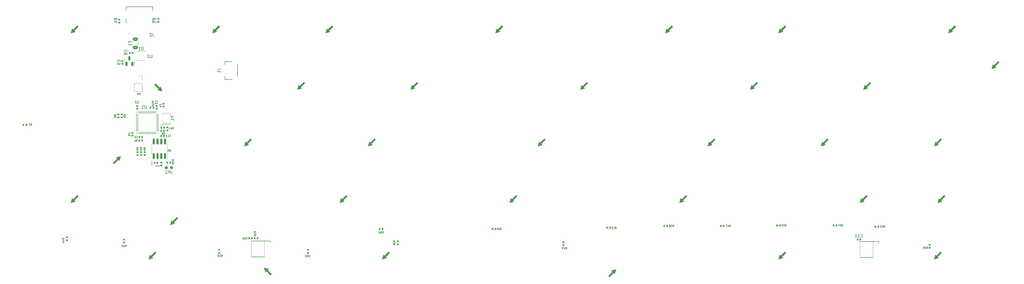
<source format=gbr>
%TF.GenerationSoftware,KiCad,Pcbnew,(6.0.0)*%
%TF.CreationDate,2022-08-23T12:32:24-07:00*%
%TF.ProjectId,Faen65XT,4661656e-3635-4585-942e-6b696361645f,rev?*%
%TF.SameCoordinates,Original*%
%TF.FileFunction,Legend,Bot*%
%TF.FilePolarity,Positive*%
%FSLAX46Y46*%
G04 Gerber Fmt 4.6, Leading zero omitted, Abs format (unit mm)*
G04 Created by KiCad (PCBNEW (6.0.0)) date 2022-08-23 12:32:24*
%MOMM*%
%LPD*%
G01*
G04 APERTURE LIST*
G04 Aperture macros list*
%AMRoundRect*
0 Rectangle with rounded corners*
0 $1 Rounding radius*
0 $2 $3 $4 $5 $6 $7 $8 $9 X,Y pos of 4 corners*
0 Add a 4 corners polygon primitive as box body*
4,1,4,$2,$3,$4,$5,$6,$7,$8,$9,$2,$3,0*
0 Add four circle primitives for the rounded corners*
1,1,$1+$1,$2,$3*
1,1,$1+$1,$4,$5*
1,1,$1+$1,$6,$7*
1,1,$1+$1,$8,$9*
0 Add four rect primitives between the rounded corners*
20,1,$1+$1,$2,$3,$4,$5,0*
20,1,$1+$1,$4,$5,$6,$7,0*
20,1,$1+$1,$6,$7,$8,$9,0*
20,1,$1+$1,$8,$9,$2,$3,0*%
G04 Aperture macros list end*
%ADD10C,0.150000*%
%ADD11C,0.125000*%
%ADD12C,0.100000*%
%ADD13C,0.120000*%
%ADD14C,0.170180*%
%ADD15C,0.002540*%
%ADD16C,0.127000*%
%ADD17C,0.200000*%
%ADD18C,2.200000*%
%ADD19RoundRect,0.135000X0.185000X-0.135000X0.185000X0.135000X-0.185000X0.135000X-0.185000X-0.135000X0*%
%ADD20RoundRect,0.135000X-0.185000X0.135000X-0.185000X-0.135000X0.185000X-0.135000X0.185000X0.135000X0*%
%ADD21RoundRect,0.135000X0.135000X0.185000X-0.135000X0.185000X-0.135000X-0.185000X0.135000X-0.185000X0*%
%ADD22R,1.778000X0.419100*%
%ADD23RoundRect,0.062500X0.375000X0.062500X-0.375000X0.062500X-0.375000X-0.062500X0.375000X-0.062500X0*%
%ADD24RoundRect,0.062500X0.062500X0.375000X-0.062500X0.375000X-0.062500X-0.375000X0.062500X-0.375000X0*%
%ADD25R,5.600000X5.600000*%
%ADD26RoundRect,0.135000X-0.135000X-0.185000X0.135000X-0.185000X0.135000X0.185000X-0.135000X0.185000X0*%
%ADD27RoundRect,0.140000X-0.140000X-0.170000X0.140000X-0.170000X0.140000X0.170000X-0.140000X0.170000X0*%
%ADD28R,1.800000X1.200000*%
%ADD29R,1.550000X0.600000*%
%ADD30RoundRect,0.140000X0.170000X-0.140000X0.170000X0.140000X-0.170000X0.140000X-0.170000X-0.140000X0*%
%ADD31RoundRect,0.250000X-0.625000X0.375000X-0.625000X-0.375000X0.625000X-0.375000X0.625000X0.375000X0*%
%ADD32C,0.700000*%
%ADD33R,0.600000X1.450000*%
%ADD34R,0.300000X1.450000*%
%ADD35O,1.050000X2.100000*%
%ADD36R,0.700000X1.000000*%
%ADD37R,0.700000X0.600000*%
%ADD38RoundRect,0.237500X0.250000X0.237500X-0.250000X0.237500X-0.250000X-0.237500X0.250000X-0.237500X0*%
%ADD39RoundRect,0.150000X0.150000X-0.825000X0.150000X0.825000X-0.150000X0.825000X-0.150000X-0.825000X0*%
%ADD40RoundRect,0.125000X-0.175000X0.125000X-0.175000X-0.125000X0.175000X-0.125000X0.175000X0.125000X0*%
%ADD41RoundRect,0.150000X0.150000X-0.587500X0.150000X0.587500X-0.150000X0.587500X-0.150000X-0.587500X0*%
%ADD42RoundRect,0.140000X0.140000X0.170000X-0.140000X0.170000X-0.140000X-0.170000X0.140000X-0.170000X0*%
%ADD43RoundRect,0.140000X-0.170000X0.140000X-0.170000X-0.140000X0.170000X-0.140000X0.170000X0.140000X0*%
%ADD44R,1.700000X1.700000*%
%ADD45O,1.700000X1.700000*%
%ADD46R,1.900000X0.400000*%
G04 APERTURE END LIST*
D10*
%TO.C,R2*%
X34601202Y-37241980D02*
X34315488Y-37041980D01*
X34601202Y-36899122D02*
X34001202Y-36899122D01*
X34001202Y-37127694D01*
X34029774Y-37184837D01*
X34058345Y-37213408D01*
X34115488Y-37241980D01*
X34201202Y-37241980D01*
X34258345Y-37213408D01*
X34286916Y-37184837D01*
X34315488Y-37127694D01*
X34315488Y-36899122D01*
X34058345Y-37470551D02*
X34029774Y-37499122D01*
X34001202Y-37556265D01*
X34001202Y-37699122D01*
X34029774Y-37756265D01*
X34058345Y-37784837D01*
X34115488Y-37813408D01*
X34172631Y-37813408D01*
X34258345Y-37784837D01*
X34601202Y-37441980D01*
X34601202Y-37813408D01*
%TO.C,R5*%
X39346228Y6119806D02*
X38870038Y6453140D01*
X39346228Y6691235D02*
X38346228Y6691235D01*
X38346228Y6310282D01*
X38393848Y6215044D01*
X38441467Y6167425D01*
X38536705Y6119806D01*
X38679562Y6119806D01*
X38774800Y6167425D01*
X38822419Y6215044D01*
X38870038Y6310282D01*
X38870038Y6691235D01*
X38346228Y5215044D02*
X38346228Y5691235D01*
X38822419Y5738854D01*
X38774800Y5691235D01*
X38727181Y5595997D01*
X38727181Y5357901D01*
X38774800Y5262663D01*
X38822419Y5215044D01*
X38917657Y5167425D01*
X39155752Y5167425D01*
X39250990Y5215044D01*
X39298609Y5262663D01*
X39346228Y5357901D01*
X39346228Y5595997D01*
X39298609Y5691235D01*
X39250990Y5738854D01*
%TO.C,R29*%
X45316854Y-41286265D02*
X45031140Y-41086265D01*
X45316854Y-40943408D02*
X44716854Y-40943408D01*
X44716854Y-41171980D01*
X44745426Y-41229122D01*
X44773997Y-41257694D01*
X44831140Y-41286265D01*
X44916854Y-41286265D01*
X44973997Y-41257694D01*
X45002568Y-41229122D01*
X45031140Y-41171980D01*
X45031140Y-40943408D01*
X44773997Y-41514837D02*
X44745426Y-41543408D01*
X44716854Y-41600551D01*
X44716854Y-41743408D01*
X44745426Y-41800551D01*
X44773997Y-41829122D01*
X44831140Y-41857694D01*
X44888283Y-41857694D01*
X44973997Y-41829122D01*
X45316854Y-41486265D01*
X45316854Y-41857694D01*
X45316854Y-42143408D02*
X45316854Y-42257694D01*
X45288283Y-42314837D01*
X45259711Y-42343408D01*
X45173997Y-42400551D01*
X45059711Y-42429122D01*
X44831140Y-42429122D01*
X44773997Y-42400551D01*
X44745426Y-42371980D01*
X44716854Y-42314837D01*
X44716854Y-42200551D01*
X44745426Y-42143408D01*
X44773997Y-42114837D01*
X44831140Y-42086265D01*
X44973997Y-42086265D01*
X45031140Y-42114837D01*
X45059711Y-42143408D01*
X45088283Y-42200551D01*
X45088283Y-42314837D01*
X45059711Y-42371980D01*
X45031140Y-42400551D01*
X44973997Y-42429122D01*
%TO.C,U1*%
X36083868Y-22669626D02*
X36083868Y-23479150D01*
X36036249Y-23574388D01*
X35988630Y-23622007D01*
X35893392Y-23669626D01*
X35702916Y-23669626D01*
X35607678Y-23622007D01*
X35560059Y-23574388D01*
X35512440Y-23479150D01*
X35512440Y-22669626D01*
X34512440Y-23669626D02*
X35083868Y-23669626D01*
X34798154Y-23669626D02*
X34798154Y-22669626D01*
X34893392Y-22812484D01*
X34988630Y-22907722D01*
X35083868Y-22955341D01*
%TO.C,R23*%
X251012908Y-63374712D02*
X251212908Y-63088998D01*
X251355765Y-63374712D02*
X251355765Y-62774712D01*
X251127194Y-62774712D01*
X251070051Y-62803284D01*
X251041479Y-62831855D01*
X251012908Y-62888998D01*
X251012908Y-62974712D01*
X251041479Y-63031855D01*
X251070051Y-63060426D01*
X251127194Y-63088998D01*
X251355765Y-63088998D01*
X250784336Y-62831855D02*
X250755765Y-62803284D01*
X250698622Y-62774712D01*
X250555765Y-62774712D01*
X250498622Y-62803284D01*
X250470051Y-62831855D01*
X250441479Y-62888998D01*
X250441479Y-62946141D01*
X250470051Y-63031855D01*
X250812908Y-63374712D01*
X250441479Y-63374712D01*
X250241479Y-62774712D02*
X249870051Y-62774712D01*
X250070051Y-63003284D01*
X249984336Y-63003284D01*
X249927194Y-63031855D01*
X249898622Y-63060426D01*
X249870051Y-63117569D01*
X249870051Y-63260426D01*
X249898622Y-63317569D01*
X249927194Y-63346141D01*
X249984336Y-63374712D01*
X250155765Y-63374712D01*
X250212908Y-63346141D01*
X250241479Y-63317569D01*
%TO.C,R22*%
X90675004Y-73732316D02*
X90875004Y-73446602D01*
X91017861Y-73732316D02*
X91017861Y-73132316D01*
X90789290Y-73132316D01*
X90732147Y-73160888D01*
X90703575Y-73189459D01*
X90675004Y-73246602D01*
X90675004Y-73332316D01*
X90703575Y-73389459D01*
X90732147Y-73418030D01*
X90789290Y-73446602D01*
X91017861Y-73446602D01*
X90446432Y-73189459D02*
X90417861Y-73160888D01*
X90360718Y-73132316D01*
X90217861Y-73132316D01*
X90160718Y-73160888D01*
X90132147Y-73189459D01*
X90103575Y-73246602D01*
X90103575Y-73303745D01*
X90132147Y-73389459D01*
X90475004Y-73732316D01*
X90103575Y-73732316D01*
X89875004Y-73189459D02*
X89846432Y-73160888D01*
X89789290Y-73132316D01*
X89646432Y-73132316D01*
X89589290Y-73160888D01*
X89560718Y-73189459D01*
X89532147Y-73246602D01*
X89532147Y-73303745D01*
X89560718Y-73389459D01*
X89903575Y-73732316D01*
X89532147Y-73732316D01*
D11*
%TO.C,C7*%
X41159999Y-29547395D02*
X41183808Y-29571204D01*
X41255237Y-29595014D01*
X41302856Y-29595014D01*
X41374285Y-29571204D01*
X41421904Y-29523585D01*
X41445713Y-29475966D01*
X41469523Y-29380728D01*
X41469523Y-29309300D01*
X41445713Y-29214062D01*
X41421904Y-29166443D01*
X41374285Y-29118824D01*
X41302856Y-29095014D01*
X41255237Y-29095014D01*
X41183808Y-29118824D01*
X41159999Y-29142633D01*
X40993332Y-29095014D02*
X40659999Y-29095014D01*
X40874285Y-29595014D01*
D10*
%TO.C,R1*%
X32643832Y-34799640D02*
X32843832Y-34513926D01*
X32986689Y-34799640D02*
X32986689Y-34199640D01*
X32758117Y-34199640D01*
X32700974Y-34228212D01*
X32672403Y-34256783D01*
X32643832Y-34313926D01*
X32643832Y-34399640D01*
X32672403Y-34456783D01*
X32700974Y-34485354D01*
X32758117Y-34513926D01*
X32986689Y-34513926D01*
X32072403Y-34799640D02*
X32415260Y-34799640D01*
X32243832Y-34799640D02*
X32243832Y-34199640D01*
X32300974Y-34285354D01*
X32358117Y-34342497D01*
X32415260Y-34371069D01*
D12*
%TO.C,R28*%
X40243303Y-43287236D02*
X40409970Y-43049141D01*
X40529017Y-43287236D02*
X40529017Y-42787236D01*
X40338541Y-42787236D01*
X40290922Y-42811046D01*
X40267113Y-42834855D01*
X40243303Y-42882474D01*
X40243303Y-42953903D01*
X40267113Y-43001522D01*
X40290922Y-43025331D01*
X40338541Y-43049141D01*
X40529017Y-43049141D01*
X40052827Y-42834855D02*
X40029017Y-42811046D01*
X39981398Y-42787236D01*
X39862351Y-42787236D01*
X39814732Y-42811046D01*
X39790922Y-42834855D01*
X39767113Y-42882474D01*
X39767113Y-42930093D01*
X39790922Y-43001522D01*
X40076636Y-43287236D01*
X39767113Y-43287236D01*
X39481398Y-43001522D02*
X39529017Y-42977712D01*
X39552827Y-42953903D01*
X39576636Y-42906284D01*
X39576636Y-42882474D01*
X39552827Y-42834855D01*
X39529017Y-42811046D01*
X39481398Y-42787236D01*
X39386160Y-42787236D01*
X39338541Y-42811046D01*
X39314732Y-42834855D01*
X39290922Y-42882474D01*
X39290922Y-42906284D01*
X39314732Y-42953903D01*
X39338541Y-42977712D01*
X39386160Y-43001522D01*
X39481398Y-43001522D01*
X39529017Y-43025331D01*
X39552827Y-43049141D01*
X39576636Y-43096760D01*
X39576636Y-43191998D01*
X39552827Y-43239617D01*
X39529017Y-43263426D01*
X39481398Y-43287236D01*
X39386160Y-43287236D01*
X39338541Y-43263426D01*
X39314732Y-43239617D01*
X39290922Y-43191998D01*
X39290922Y-43096760D01*
X39314732Y-43049141D01*
X39338541Y-43025331D01*
X39386160Y-43001522D01*
D10*
%TO.C,R11*%
X44835826Y-30632442D02*
X45035826Y-30346728D01*
X45178683Y-30632442D02*
X45178683Y-30032442D01*
X44950112Y-30032442D01*
X44892969Y-30061014D01*
X44864397Y-30089585D01*
X44835826Y-30146728D01*
X44835826Y-30232442D01*
X44864397Y-30289585D01*
X44892969Y-30318156D01*
X44950112Y-30346728D01*
X45178683Y-30346728D01*
X44264397Y-30632442D02*
X44607254Y-30632442D01*
X44435826Y-30632442D02*
X44435826Y-30032442D01*
X44492969Y-30118156D01*
X44550112Y-30175299D01*
X44607254Y-30203871D01*
X43692969Y-30632442D02*
X44035826Y-30632442D01*
X43864397Y-30632442D02*
X43864397Y-30032442D01*
X43921540Y-30118156D01*
X43978683Y-30175299D01*
X44035826Y-30203871D01*
%TO.C,J1*%
X59896292Y-10580756D02*
X60610578Y-10580756D01*
X60753435Y-10533137D01*
X60848673Y-10437899D01*
X60896292Y-10295042D01*
X60896292Y-10199804D01*
X60896292Y-11580756D02*
X60896292Y-11009328D01*
X60896292Y-11295042D02*
X59896292Y-11295042D01*
X60039150Y-11199804D01*
X60134388Y-11104566D01*
X60182007Y-11009328D01*
%TO.C,R14*%
X8407386Y-67791643D02*
X8121672Y-67591643D01*
X8407386Y-67448786D02*
X7807386Y-67448786D01*
X7807386Y-67677358D01*
X7835958Y-67734500D01*
X7864529Y-67763072D01*
X7921672Y-67791643D01*
X8007386Y-67791643D01*
X8064529Y-67763072D01*
X8093100Y-67734500D01*
X8121672Y-67677358D01*
X8121672Y-67448786D01*
X8407386Y-68363072D02*
X8407386Y-68020215D01*
X8407386Y-68191643D02*
X7807386Y-68191643D01*
X7893100Y-68134500D01*
X7950243Y-68077358D01*
X7978815Y-68020215D01*
X8007386Y-68877358D02*
X8407386Y-68877358D01*
X7778815Y-68734500D02*
X8207386Y-68591643D01*
X8207386Y-68963072D01*
%TO.C,R15*%
X213224374Y-63573150D02*
X213424374Y-63287436D01*
X213567231Y-63573150D02*
X213567231Y-62973150D01*
X213338660Y-62973150D01*
X213281517Y-63001722D01*
X213252945Y-63030293D01*
X213224374Y-63087436D01*
X213224374Y-63173150D01*
X213252945Y-63230293D01*
X213281517Y-63258864D01*
X213338660Y-63287436D01*
X213567231Y-63287436D01*
X212652945Y-63573150D02*
X212995802Y-63573150D01*
X212824374Y-63573150D02*
X212824374Y-62973150D01*
X212881517Y-63058864D01*
X212938660Y-63116007D01*
X212995802Y-63144579D01*
X212110088Y-62973150D02*
X212395802Y-62973150D01*
X212424374Y-63258864D01*
X212395802Y-63230293D01*
X212338660Y-63201722D01*
X212195802Y-63201722D01*
X212138660Y-63230293D01*
X212110088Y-63258864D01*
X212081517Y-63316007D01*
X212081517Y-63458864D01*
X212110088Y-63516007D01*
X212138660Y-63544579D01*
X212195802Y-63573150D01*
X212338660Y-63573150D01*
X212395802Y-63544579D01*
X212424374Y-63516007D01*
%TO.C,R10*%
X38569962Y-21640903D02*
X38284248Y-21440903D01*
X38569962Y-21298046D02*
X37969962Y-21298046D01*
X37969962Y-21526618D01*
X37998534Y-21583760D01*
X38027105Y-21612332D01*
X38084248Y-21640903D01*
X38169962Y-21640903D01*
X38227105Y-21612332D01*
X38255676Y-21583760D01*
X38284248Y-21526618D01*
X38284248Y-21298046D01*
X38569962Y-22212332D02*
X38569962Y-21869475D01*
X38569962Y-22040903D02*
X37969962Y-22040903D01*
X38055676Y-21983760D01*
X38112819Y-21926618D01*
X38141391Y-21869475D01*
X37969962Y-22583760D02*
X37969962Y-22640903D01*
X37998534Y-22698046D01*
X38027105Y-22726618D01*
X38084248Y-22755189D01*
X38198534Y-22783760D01*
X38341391Y-22783760D01*
X38455676Y-22755189D01*
X38512819Y-22726618D01*
X38541391Y-22698046D01*
X38569962Y-22640903D01*
X38569962Y-22583760D01*
X38541391Y-22526618D01*
X38512819Y-22498046D01*
X38455676Y-22469475D01*
X38341391Y-22440903D01*
X38198534Y-22440903D01*
X38084248Y-22469475D01*
X38027105Y-22498046D01*
X37998534Y-22526618D01*
X37969962Y-22583760D01*
%TO.C,C2*%
X33065708Y-21897599D02*
X33101422Y-21933313D01*
X33208565Y-21969027D01*
X33279993Y-21969027D01*
X33387136Y-21933313D01*
X33458565Y-21861884D01*
X33494279Y-21790456D01*
X33529993Y-21647599D01*
X33529993Y-21540456D01*
X33494279Y-21397599D01*
X33458565Y-21326170D01*
X33387136Y-21254742D01*
X33279993Y-21219027D01*
X33208565Y-21219027D01*
X33101422Y-21254742D01*
X33065708Y-21290456D01*
X32779993Y-21290456D02*
X32744279Y-21254742D01*
X32672850Y-21219027D01*
X32494279Y-21219027D01*
X32422850Y-21254742D01*
X32387136Y-21290456D01*
X32351422Y-21361884D01*
X32351422Y-21433313D01*
X32387136Y-21540456D01*
X32815708Y-21969027D01*
X32351422Y-21969027D01*
%TO.C,F1*%
X30453965Y-1452608D02*
X30453965Y-1119275D01*
X30977774Y-1119275D02*
X29977774Y-1119275D01*
X29977774Y-1595465D01*
X30977774Y-2500227D02*
X30977774Y-1928799D01*
X30977774Y-2214513D02*
X29977774Y-2214513D01*
X30120632Y-2119275D01*
X30215870Y-2024037D01*
X30263489Y-1928799D01*
%TO.C,R13*%
X193862764Y-64168464D02*
X194062764Y-63882750D01*
X194205621Y-64168464D02*
X194205621Y-63568464D01*
X193977050Y-63568464D01*
X193919907Y-63597036D01*
X193891335Y-63625607D01*
X193862764Y-63682750D01*
X193862764Y-63768464D01*
X193891335Y-63825607D01*
X193919907Y-63854178D01*
X193977050Y-63882750D01*
X194205621Y-63882750D01*
X193291335Y-64168464D02*
X193634192Y-64168464D01*
X193462764Y-64168464D02*
X193462764Y-63568464D01*
X193519907Y-63654178D01*
X193577050Y-63711321D01*
X193634192Y-63739893D01*
X193091335Y-63568464D02*
X192719907Y-63568464D01*
X192919907Y-63797036D01*
X192834192Y-63797036D01*
X192777050Y-63825607D01*
X192748478Y-63854178D01*
X192719907Y-63911321D01*
X192719907Y-64054178D01*
X192748478Y-64111321D01*
X192777050Y-64139893D01*
X192834192Y-64168464D01*
X193005621Y-64168464D01*
X193062764Y-64139893D01*
X193091335Y-64111321D01*
%TO.C,R27*%
X270062956Y-63374712D02*
X270262956Y-63088998D01*
X270405813Y-63374712D02*
X270405813Y-62774712D01*
X270177242Y-62774712D01*
X270120099Y-62803284D01*
X270091527Y-62831855D01*
X270062956Y-62888998D01*
X270062956Y-62974712D01*
X270091527Y-63031855D01*
X270120099Y-63060426D01*
X270177242Y-63088998D01*
X270405813Y-63088998D01*
X269834384Y-62831855D02*
X269805813Y-62803284D01*
X269748670Y-62774712D01*
X269605813Y-62774712D01*
X269548670Y-62803284D01*
X269520099Y-62831855D01*
X269491527Y-62888998D01*
X269491527Y-62946141D01*
X269520099Y-63031855D01*
X269862956Y-63374712D01*
X269491527Y-63374712D01*
X269291527Y-62774712D02*
X268891527Y-62774712D01*
X269148670Y-63374712D01*
%TO.C,J2*%
X38234991Y1539809D02*
X38234991Y825523D01*
X38282610Y682666D01*
X38377848Y587428D01*
X38520705Y539809D01*
X38615943Y539809D01*
X37806419Y1444570D02*
X37758800Y1492190D01*
X37663562Y1539809D01*
X37425467Y1539809D01*
X37330229Y1492190D01*
X37282610Y1444570D01*
X37234991Y1349332D01*
X37234991Y1254094D01*
X37282610Y1111237D01*
X37854038Y539809D01*
X37234991Y539809D01*
%TO.C,R4*%
X26249320Y6119806D02*
X25773130Y6453140D01*
X26249320Y6691235D02*
X25249320Y6691235D01*
X25249320Y6310282D01*
X25296940Y6215044D01*
X25344559Y6167425D01*
X25439797Y6119806D01*
X25582654Y6119806D01*
X25677892Y6167425D01*
X25725511Y6215044D01*
X25773130Y6310282D01*
X25773130Y6691235D01*
X25582654Y5262663D02*
X26249320Y5262663D01*
X25201701Y5500759D02*
X25915987Y5738854D01*
X25915987Y5119806D01*
%TO.C,D1*%
X34952470Y-4025520D02*
X34952470Y-3025520D01*
X34714375Y-3025520D01*
X34571517Y-3073140D01*
X34476279Y-3168378D01*
X34428660Y-3263616D01*
X34381041Y-3454092D01*
X34381041Y-3596949D01*
X34428660Y-3787425D01*
X34476279Y-3882663D01*
X34571517Y-3977901D01*
X34714375Y-4025520D01*
X34952470Y-4025520D01*
X33428660Y-4025520D02*
X34000089Y-4025520D01*
X33714375Y-4025520D02*
X33714375Y-3025520D01*
X33809613Y-3168378D01*
X33904851Y-3263616D01*
X34000089Y-3311235D01*
%TO.C,JP2*%
X44489693Y-44696244D02*
X44489693Y-45410530D01*
X44537312Y-45553387D01*
X44632550Y-45648625D01*
X44775407Y-45696244D01*
X44870645Y-45696244D01*
X44013502Y-45696244D02*
X44013502Y-44696244D01*
X43632550Y-44696244D01*
X43537312Y-44743864D01*
X43489693Y-44791483D01*
X43442074Y-44886721D01*
X43442074Y-45029578D01*
X43489693Y-45124816D01*
X43537312Y-45172435D01*
X43632550Y-45220054D01*
X44013502Y-45220054D01*
X43061121Y-44791483D02*
X43013502Y-44743864D01*
X42918264Y-44696244D01*
X42680169Y-44696244D01*
X42584931Y-44743864D01*
X42537312Y-44791483D01*
X42489693Y-44886721D01*
X42489693Y-44981959D01*
X42537312Y-45124816D01*
X43108740Y-45696244D01*
X42489693Y-45696244D01*
%TO.C,R8*%
X25869930Y-26093816D02*
X25584216Y-25893816D01*
X25869930Y-25750958D02*
X25269930Y-25750958D01*
X25269930Y-25979530D01*
X25298502Y-26036673D01*
X25327073Y-26065244D01*
X25384216Y-26093816D01*
X25469930Y-26093816D01*
X25527073Y-26065244D01*
X25555644Y-26036673D01*
X25584216Y-25979530D01*
X25584216Y-25750958D01*
X25527073Y-26436673D02*
X25498502Y-26379530D01*
X25469930Y-26350958D01*
X25412787Y-26322387D01*
X25384216Y-26322387D01*
X25327073Y-26350958D01*
X25298502Y-26379530D01*
X25269930Y-26436673D01*
X25269930Y-26550958D01*
X25298502Y-26608101D01*
X25327073Y-26636673D01*
X25384216Y-26665244D01*
X25412787Y-26665244D01*
X25469930Y-26636673D01*
X25498502Y-26608101D01*
X25527073Y-26550958D01*
X25527073Y-26436673D01*
X25555644Y-26379530D01*
X25584216Y-26350958D01*
X25641359Y-26322387D01*
X25755644Y-26322387D01*
X25812787Y-26350958D01*
X25841359Y-26379530D01*
X25869930Y-26436673D01*
X25869930Y-26550958D01*
X25841359Y-26608101D01*
X25812787Y-26636673D01*
X25755644Y-26665244D01*
X25641359Y-26665244D01*
X25584216Y-26636673D01*
X25555644Y-26608101D01*
X25527073Y-26550958D01*
%TO.C,R26*%
X119751732Y-68585395D02*
X119466018Y-68385395D01*
X119751732Y-68242538D02*
X119151732Y-68242538D01*
X119151732Y-68471110D01*
X119180304Y-68528252D01*
X119208875Y-68556824D01*
X119266018Y-68585395D01*
X119351732Y-68585395D01*
X119408875Y-68556824D01*
X119437446Y-68528252D01*
X119466018Y-68471110D01*
X119466018Y-68242538D01*
X119208875Y-68813967D02*
X119180304Y-68842538D01*
X119151732Y-68899681D01*
X119151732Y-69042538D01*
X119180304Y-69099681D01*
X119208875Y-69128252D01*
X119266018Y-69156824D01*
X119323161Y-69156824D01*
X119408875Y-69128252D01*
X119751732Y-68785395D01*
X119751732Y-69156824D01*
X119151732Y-69671110D02*
X119151732Y-69556824D01*
X119180304Y-69499681D01*
X119208875Y-69471110D01*
X119294589Y-69413967D01*
X119408875Y-69385395D01*
X119637446Y-69385395D01*
X119694589Y-69413967D01*
X119723161Y-69442538D01*
X119751732Y-69499681D01*
X119751732Y-69613967D01*
X119723161Y-69671110D01*
X119694589Y-69699681D01*
X119637446Y-69728252D01*
X119494589Y-69728252D01*
X119437446Y-69699681D01*
X119408875Y-69671110D01*
X119380304Y-69613967D01*
X119380304Y-69499681D01*
X119408875Y-69442538D01*
X119437446Y-69413967D01*
X119494589Y-69385395D01*
%TO.C,C9*%
X27146272Y-7969291D02*
X27193891Y-7921672D01*
X27241510Y-7778815D01*
X27241510Y-7683577D01*
X27193891Y-7540719D01*
X27098653Y-7445481D01*
X27003415Y-7397862D01*
X26812939Y-7350243D01*
X26670082Y-7350243D01*
X26479606Y-7397862D01*
X26384368Y-7445481D01*
X26289130Y-7540719D01*
X26241510Y-7683577D01*
X26241510Y-7778815D01*
X26289130Y-7921672D01*
X26336749Y-7969291D01*
X27241510Y-8445481D02*
X27241510Y-8635958D01*
X27193891Y-8731196D01*
X27146272Y-8778815D01*
X27003415Y-8874053D01*
X26812939Y-8921672D01*
X26431987Y-8921672D01*
X26336749Y-8874053D01*
X26289130Y-8826434D01*
X26241510Y-8731196D01*
X26241510Y-8540719D01*
X26289130Y-8445481D01*
X26336749Y-8397862D01*
X26431987Y-8350243D01*
X26670082Y-8350243D01*
X26765320Y-8397862D01*
X26812939Y-8445481D01*
X26860558Y-8540719D01*
X26860558Y-8731196D01*
X26812939Y-8826434D01*
X26765320Y-8874053D01*
X26670082Y-8921672D01*
%TO.C,U5*%
X44311940Y-37573086D02*
X44311940Y-38058800D01*
X44283369Y-38115943D01*
X44254798Y-38144515D01*
X44197655Y-38173086D01*
X44083369Y-38173086D01*
X44026226Y-38144515D01*
X43997655Y-38115943D01*
X43969083Y-38058800D01*
X43969083Y-37573086D01*
X43397655Y-37573086D02*
X43683369Y-37573086D01*
X43711940Y-37858800D01*
X43683369Y-37830229D01*
X43626226Y-37801658D01*
X43483369Y-37801658D01*
X43426226Y-37830229D01*
X43397655Y-37858800D01*
X43369083Y-37915943D01*
X43369083Y-38058800D01*
X43397655Y-38115943D01*
X43426226Y-38144515D01*
X43483369Y-38173086D01*
X43626226Y-38173086D01*
X43683369Y-38144515D01*
X43711940Y-38115943D01*
%TO.C,R25*%
X298638028Y-70915356D02*
X298838028Y-70629642D01*
X298980885Y-70915356D02*
X298980885Y-70315356D01*
X298752314Y-70315356D01*
X298695171Y-70343928D01*
X298666599Y-70372499D01*
X298638028Y-70429642D01*
X298638028Y-70515356D01*
X298666599Y-70572499D01*
X298695171Y-70601070D01*
X298752314Y-70629642D01*
X298980885Y-70629642D01*
X298409456Y-70372499D02*
X298380885Y-70343928D01*
X298323742Y-70315356D01*
X298180885Y-70315356D01*
X298123742Y-70343928D01*
X298095171Y-70372499D01*
X298066599Y-70429642D01*
X298066599Y-70486785D01*
X298095171Y-70572499D01*
X298438028Y-70915356D01*
X298066599Y-70915356D01*
X297523742Y-70315356D02*
X297809456Y-70315356D01*
X297838028Y-70601070D01*
X297809456Y-70572499D01*
X297752314Y-70543928D01*
X297609456Y-70543928D01*
X297552314Y-70572499D01*
X297523742Y-70601070D01*
X297495171Y-70658213D01*
X297495171Y-70801070D01*
X297523742Y-70858213D01*
X297552314Y-70886785D01*
X297609456Y-70915356D01*
X297752314Y-70915356D01*
X297809456Y-70886785D01*
X297838028Y-70858213D01*
%TO.C,R6*%
X35791830Y-37241980D02*
X35506116Y-37041980D01*
X35791830Y-36899122D02*
X35191830Y-36899122D01*
X35191830Y-37127694D01*
X35220402Y-37184837D01*
X35248973Y-37213408D01*
X35306116Y-37241980D01*
X35391830Y-37241980D01*
X35448973Y-37213408D01*
X35477544Y-37184837D01*
X35506116Y-37127694D01*
X35506116Y-36899122D01*
X35191830Y-37756265D02*
X35191830Y-37641980D01*
X35220402Y-37584837D01*
X35248973Y-37556265D01*
X35334687Y-37499122D01*
X35448973Y-37470551D01*
X35677544Y-37470551D01*
X35734687Y-37499122D01*
X35763259Y-37527694D01*
X35791830Y-37584837D01*
X35791830Y-37699122D01*
X35763259Y-37756265D01*
X35734687Y-37784837D01*
X35677544Y-37813408D01*
X35534687Y-37813408D01*
X35477544Y-37784837D01*
X35448973Y-37756265D01*
X35420402Y-37699122D01*
X35420402Y-37584837D01*
X35448973Y-37527694D01*
X35477544Y-37499122D01*
X35534687Y-37470551D01*
%TO.C,R9*%
X29044938Y-26093816D02*
X28759224Y-25893816D01*
X29044938Y-25750958D02*
X28444938Y-25750958D01*
X28444938Y-25979530D01*
X28473510Y-26036673D01*
X28502081Y-26065244D01*
X28559224Y-26093816D01*
X28644938Y-26093816D01*
X28702081Y-26065244D01*
X28730652Y-26036673D01*
X28759224Y-25979530D01*
X28759224Y-25750958D01*
X29044938Y-26379530D02*
X29044938Y-26493816D01*
X29016367Y-26550958D01*
X28987795Y-26579530D01*
X28902081Y-26636673D01*
X28787795Y-26665244D01*
X28559224Y-26665244D01*
X28502081Y-26636673D01*
X28473510Y-26608101D01*
X28444938Y-26550958D01*
X28444938Y-26436673D01*
X28473510Y-26379530D01*
X28502081Y-26350958D01*
X28559224Y-26322387D01*
X28702081Y-26322387D01*
X28759224Y-26350958D01*
X28787795Y-26379530D01*
X28816367Y-26436673D01*
X28816367Y-26550958D01*
X28787795Y-26608101D01*
X28759224Y-26636673D01*
X28702081Y-26665244D01*
%TO.C,R18*%
X61306180Y-73619192D02*
X61506180Y-73333478D01*
X61649037Y-73619192D02*
X61649037Y-73019192D01*
X61420466Y-73019192D01*
X61363323Y-73047764D01*
X61334751Y-73076335D01*
X61306180Y-73133478D01*
X61306180Y-73219192D01*
X61334751Y-73276335D01*
X61363323Y-73304906D01*
X61420466Y-73333478D01*
X61649037Y-73333478D01*
X60734751Y-73619192D02*
X61077608Y-73619192D01*
X60906180Y-73619192D02*
X60906180Y-73019192D01*
X60963323Y-73104906D01*
X61020466Y-73162049D01*
X61077608Y-73190621D01*
X60391894Y-73276335D02*
X60449037Y-73247764D01*
X60477608Y-73219192D01*
X60506180Y-73162049D01*
X60506180Y-73133478D01*
X60477608Y-73076335D01*
X60449037Y-73047764D01*
X60391894Y-73019192D01*
X60277608Y-73019192D01*
X60220466Y-73047764D01*
X60191894Y-73076335D01*
X60163323Y-73133478D01*
X60163323Y-73162049D01*
X60191894Y-73219192D01*
X60220466Y-73247764D01*
X60277608Y-73276335D01*
X60391894Y-73276335D01*
X60449037Y-73304906D01*
X60477608Y-73333478D01*
X60506180Y-73390621D01*
X60506180Y-73504906D01*
X60477608Y-73562049D01*
X60449037Y-73590621D01*
X60391894Y-73619192D01*
X60277608Y-73619192D01*
X60220466Y-73590621D01*
X60191894Y-73562049D01*
X60163323Y-73504906D01*
X60163323Y-73390621D01*
X60191894Y-73333478D01*
X60220466Y-73304906D01*
X60277608Y-73276335D01*
%TO.C,R16*%
X72899736Y-65495701D02*
X72614022Y-65295701D01*
X72899736Y-65152844D02*
X72299736Y-65152844D01*
X72299736Y-65381416D01*
X72328308Y-65438558D01*
X72356879Y-65467130D01*
X72414022Y-65495701D01*
X72499736Y-65495701D01*
X72556879Y-65467130D01*
X72585450Y-65438558D01*
X72614022Y-65381416D01*
X72614022Y-65152844D01*
X72899736Y-66067130D02*
X72899736Y-65724273D01*
X72899736Y-65895701D02*
X72299736Y-65895701D01*
X72385450Y-65838558D01*
X72442593Y-65781416D01*
X72471165Y-65724273D01*
X72299736Y-66581416D02*
X72299736Y-66467130D01*
X72328308Y-66409987D01*
X72356879Y-66381416D01*
X72442593Y-66324273D01*
X72556879Y-66295701D01*
X72785450Y-66295701D01*
X72842593Y-66324273D01*
X72871165Y-66352844D01*
X72899736Y-66409987D01*
X72899736Y-66524273D01*
X72871165Y-66581416D01*
X72842593Y-66609987D01*
X72785450Y-66638558D01*
X72642593Y-66638558D01*
X72585450Y-66609987D01*
X72556879Y-66581416D01*
X72528308Y-66524273D01*
X72528308Y-66409987D01*
X72556879Y-66352844D01*
X72585450Y-66324273D01*
X72642593Y-66295701D01*
%TO.C,R21*%
X284152054Y-63771588D02*
X284352054Y-63485874D01*
X284494911Y-63771588D02*
X284494911Y-63171588D01*
X284266340Y-63171588D01*
X284209197Y-63200160D01*
X284180625Y-63228731D01*
X284152054Y-63285874D01*
X284152054Y-63371588D01*
X284180625Y-63428731D01*
X284209197Y-63457302D01*
X284266340Y-63485874D01*
X284494911Y-63485874D01*
X283923482Y-63228731D02*
X283894911Y-63200160D01*
X283837768Y-63171588D01*
X283694911Y-63171588D01*
X283637768Y-63200160D01*
X283609197Y-63228731D01*
X283580625Y-63285874D01*
X283580625Y-63343017D01*
X283609197Y-63428731D01*
X283952054Y-63771588D01*
X283580625Y-63771588D01*
X283009197Y-63771588D02*
X283352054Y-63771588D01*
X283180625Y-63771588D02*
X283180625Y-63171588D01*
X283237768Y-63257302D01*
X283294911Y-63314445D01*
X283352054Y-63343017D01*
%TO.C,C3*%
X39703447Y-21529742D02*
X39732019Y-21501170D01*
X39760590Y-21415456D01*
X39760590Y-21358313D01*
X39732019Y-21272599D01*
X39674876Y-21215456D01*
X39617733Y-21186884D01*
X39503447Y-21158313D01*
X39417733Y-21158313D01*
X39303447Y-21186884D01*
X39246304Y-21215456D01*
X39189162Y-21272599D01*
X39160590Y-21358313D01*
X39160590Y-21415456D01*
X39189162Y-21501170D01*
X39217733Y-21529742D01*
X39160590Y-21729742D02*
X39160590Y-22101170D01*
X39389162Y-21901170D01*
X39389162Y-21986884D01*
X39417733Y-22044027D01*
X39446304Y-22072599D01*
X39503447Y-22101170D01*
X39646304Y-22101170D01*
X39703447Y-22072599D01*
X39732019Y-22044027D01*
X39760590Y-21986884D01*
X39760590Y-21815456D01*
X39732019Y-21758313D01*
X39703447Y-21729742D01*
%TO.C,U2*%
X38068248Y-5603958D02*
X38068248Y-6413482D01*
X38020629Y-6508720D01*
X37973010Y-6556339D01*
X37877772Y-6603958D01*
X37687296Y-6603958D01*
X37592058Y-6556339D01*
X37544439Y-6508720D01*
X37496820Y-6413482D01*
X37496820Y-5603958D01*
X37068248Y-5699197D02*
X37020629Y-5651578D01*
X36925391Y-5603958D01*
X36687296Y-5603958D01*
X36592058Y-5651578D01*
X36544439Y-5699197D01*
X36496820Y-5794435D01*
X36496820Y-5889673D01*
X36544439Y-6032530D01*
X37115867Y-6603958D01*
X36496820Y-6603958D01*
%TO.C,C1*%
X32643832Y-33551869D02*
X32672403Y-33580441D01*
X32758117Y-33609012D01*
X32815260Y-33609012D01*
X32900974Y-33580441D01*
X32958117Y-33523298D01*
X32986689Y-33466155D01*
X33015260Y-33351869D01*
X33015260Y-33266155D01*
X32986689Y-33151869D01*
X32958117Y-33094726D01*
X32900974Y-33037584D01*
X32815260Y-33009012D01*
X32758117Y-33009012D01*
X32672403Y-33037584D01*
X32643832Y-33066155D01*
X32072403Y-33609012D02*
X32415260Y-33609012D01*
X32243832Y-33609012D02*
X32243832Y-33009012D01*
X32300974Y-33094726D01*
X32358117Y-33151869D01*
X32415260Y-33180441D01*
%TO.C,R20*%
X115479754Y-65735340D02*
X115679754Y-65449626D01*
X115822611Y-65735340D02*
X115822611Y-65135340D01*
X115594040Y-65135340D01*
X115536897Y-65163912D01*
X115508325Y-65192483D01*
X115479754Y-65249626D01*
X115479754Y-65335340D01*
X115508325Y-65392483D01*
X115536897Y-65421054D01*
X115594040Y-65449626D01*
X115822611Y-65449626D01*
X115251182Y-65192483D02*
X115222611Y-65163912D01*
X115165468Y-65135340D01*
X115022611Y-65135340D01*
X114965468Y-65163912D01*
X114936897Y-65192483D01*
X114908325Y-65249626D01*
X114908325Y-65306769D01*
X114936897Y-65392483D01*
X115279754Y-65735340D01*
X114908325Y-65735340D01*
X114536897Y-65135340D02*
X114479754Y-65135340D01*
X114422611Y-65163912D01*
X114394040Y-65192483D01*
X114365468Y-65249626D01*
X114336897Y-65363912D01*
X114336897Y-65506769D01*
X114365468Y-65621054D01*
X114394040Y-65678197D01*
X114422611Y-65706769D01*
X114479754Y-65735340D01*
X114536897Y-65735340D01*
X114594040Y-65706769D01*
X114622611Y-65678197D01*
X114651182Y-65621054D01*
X114679754Y-65506769D01*
X114679754Y-65363912D01*
X114651182Y-65249626D01*
X114622611Y-65192483D01*
X114594040Y-65163912D01*
X114536897Y-65135340D01*
%TO.C,R19*%
X177193972Y-71028480D02*
X177393972Y-70742766D01*
X177536829Y-71028480D02*
X177536829Y-70428480D01*
X177308258Y-70428480D01*
X177251115Y-70457052D01*
X177222543Y-70485623D01*
X177193972Y-70542766D01*
X177193972Y-70628480D01*
X177222543Y-70685623D01*
X177251115Y-70714194D01*
X177308258Y-70742766D01*
X177536829Y-70742766D01*
X176622543Y-71028480D02*
X176965400Y-71028480D01*
X176793972Y-71028480D02*
X176793972Y-70428480D01*
X176851115Y-70514194D01*
X176908258Y-70571337D01*
X176965400Y-70599909D01*
X176336829Y-71028480D02*
X176222543Y-71028480D01*
X176165400Y-70999909D01*
X176136829Y-70971337D01*
X176079686Y-70885623D01*
X176051115Y-70771337D01*
X176051115Y-70542766D01*
X176079686Y-70485623D01*
X176108258Y-70457052D01*
X176165400Y-70428480D01*
X176279686Y-70428480D01*
X176336829Y-70457052D01*
X176365400Y-70485623D01*
X176393972Y-70542766D01*
X176393972Y-70685623D01*
X176365400Y-70742766D01*
X176336829Y-70771337D01*
X176279686Y-70799909D01*
X176165400Y-70799909D01*
X176108258Y-70771337D01*
X176079686Y-70742766D01*
X176051115Y-70685623D01*
D11*
%TO.C,C12*%
X38080229Y-41747427D02*
X38104038Y-41723617D01*
X38127848Y-41652189D01*
X38127848Y-41604570D01*
X38104038Y-41533141D01*
X38056419Y-41485522D01*
X38008800Y-41461713D01*
X37913562Y-41437903D01*
X37842134Y-41437903D01*
X37746896Y-41461713D01*
X37699277Y-41485522D01*
X37651658Y-41533141D01*
X37627848Y-41604570D01*
X37627848Y-41652189D01*
X37651658Y-41723617D01*
X37675467Y-41747427D01*
X38127848Y-42223617D02*
X38127848Y-41937903D01*
X38127848Y-42080760D02*
X37627848Y-42080760D01*
X37699277Y-42033141D01*
X37746896Y-41985522D01*
X37770705Y-41937903D01*
X37675467Y-42414094D02*
X37651658Y-42437903D01*
X37627848Y-42485522D01*
X37627848Y-42604570D01*
X37651658Y-42652189D01*
X37675467Y-42675998D01*
X37723086Y-42699808D01*
X37770705Y-42699808D01*
X37842134Y-42675998D01*
X38127848Y-42390284D01*
X38127848Y-42699808D01*
D10*
%TO.C,C5*%
X30575299Y-32298820D02*
X30603871Y-32270248D01*
X30632442Y-32184534D01*
X30632442Y-32127391D01*
X30603871Y-32041677D01*
X30546728Y-31984534D01*
X30489585Y-31955962D01*
X30375299Y-31927391D01*
X30289585Y-31927391D01*
X30175299Y-31955962D01*
X30118156Y-31984534D01*
X30061014Y-32041677D01*
X30032442Y-32127391D01*
X30032442Y-32184534D01*
X30061014Y-32270248D01*
X30089585Y-32298820D01*
X30032442Y-32841677D02*
X30032442Y-32555962D01*
X30318156Y-32527391D01*
X30289585Y-32555962D01*
X30261014Y-32613105D01*
X30261014Y-32755962D01*
X30289585Y-32813105D01*
X30318156Y-32841677D01*
X30375299Y-32870248D01*
X30518156Y-32870248D01*
X30575299Y-32841677D01*
X30603871Y-32813105D01*
X30632442Y-32755962D01*
X30632442Y-32613105D01*
X30603871Y-32555962D01*
X30575299Y-32527391D01*
%TO.C,R17*%
X232274422Y-63573150D02*
X232474422Y-63287436D01*
X232617279Y-63573150D02*
X232617279Y-62973150D01*
X232388708Y-62973150D01*
X232331565Y-63001722D01*
X232302993Y-63030293D01*
X232274422Y-63087436D01*
X232274422Y-63173150D01*
X232302993Y-63230293D01*
X232331565Y-63258864D01*
X232388708Y-63287436D01*
X232617279Y-63287436D01*
X231702993Y-63573150D02*
X232045850Y-63573150D01*
X231874422Y-63573150D02*
X231874422Y-62973150D01*
X231931565Y-63058864D01*
X231988708Y-63116007D01*
X232045850Y-63144579D01*
X231502993Y-62973150D02*
X231102993Y-62973150D01*
X231360136Y-63573150D01*
%TO.C,C8*%
X29527528Y-4595845D02*
X29575147Y-4548226D01*
X29622766Y-4405369D01*
X29622766Y-4310131D01*
X29575147Y-4167273D01*
X29479909Y-4072035D01*
X29384671Y-4024416D01*
X29194195Y-3976797D01*
X29051338Y-3976797D01*
X28860862Y-4024416D01*
X28765624Y-4072035D01*
X28670386Y-4167273D01*
X28622766Y-4310131D01*
X28622766Y-4405369D01*
X28670386Y-4548226D01*
X28718005Y-4595845D01*
X29051338Y-5167273D02*
X29003719Y-5072035D01*
X28956100Y-5024416D01*
X28860862Y-4976797D01*
X28813243Y-4976797D01*
X28718005Y-5024416D01*
X28670386Y-5072035D01*
X28622766Y-5167273D01*
X28622766Y-5357750D01*
X28670386Y-5452988D01*
X28718005Y-5500607D01*
X28813243Y-5548226D01*
X28860862Y-5548226D01*
X28956100Y-5500607D01*
X29003719Y-5452988D01*
X29051338Y-5357750D01*
X29051338Y-5167273D01*
X29098957Y-5072035D01*
X29146576Y-5024416D01*
X29241814Y-4976797D01*
X29432290Y-4976797D01*
X29527528Y-5024416D01*
X29575147Y-5072035D01*
X29622766Y-5167273D01*
X29622766Y-5357750D01*
X29575147Y-5452988D01*
X29527528Y-5500607D01*
X29432290Y-5548226D01*
X29241814Y-5548226D01*
X29146576Y-5500607D01*
X29098957Y-5452988D01*
X29051338Y-5357750D01*
%TO.C,R7*%
X-2876570Y-29441814D02*
X-2676570Y-29156100D01*
X-2533712Y-29441814D02*
X-2533712Y-28841814D01*
X-2762284Y-28841814D01*
X-2819427Y-28870386D01*
X-2847998Y-28898957D01*
X-2876570Y-28956100D01*
X-2876570Y-29041814D01*
X-2847998Y-29098957D01*
X-2819427Y-29127528D01*
X-2762284Y-29156100D01*
X-2533712Y-29156100D01*
X-3076569Y-28841814D02*
X-3476569Y-28841814D01*
X-3219427Y-29441814D01*
%TO.C,R3*%
X33410487Y-37206344D02*
X33124773Y-37006344D01*
X33410487Y-36863486D02*
X32810487Y-36863486D01*
X32810487Y-37092058D01*
X32839059Y-37149201D01*
X32867630Y-37177772D01*
X32924773Y-37206344D01*
X33010487Y-37206344D01*
X33067630Y-37177772D01*
X33096201Y-37149201D01*
X33124773Y-37092058D01*
X33124773Y-36863486D01*
X32810487Y-37406344D02*
X32810487Y-37777772D01*
X33039059Y-37577772D01*
X33039059Y-37663486D01*
X33067630Y-37720629D01*
X33096201Y-37749201D01*
X33153344Y-37777772D01*
X33296201Y-37777772D01*
X33353344Y-37749201D01*
X33381916Y-37720629D01*
X33410487Y-37663486D01*
X33410487Y-37492058D01*
X33381916Y-37434915D01*
X33353344Y-37406344D01*
%TO.C,C11*%
X276471677Y-67032310D02*
X276519296Y-67079929D01*
X276662153Y-67127548D01*
X276757391Y-67127548D01*
X276900248Y-67079929D01*
X276995486Y-66984691D01*
X277043105Y-66889453D01*
X277090724Y-66698977D01*
X277090724Y-66556120D01*
X277043105Y-66365644D01*
X276995486Y-66270406D01*
X276900248Y-66175168D01*
X276757391Y-66127548D01*
X276662153Y-66127548D01*
X276519296Y-66175168D01*
X276471677Y-66222787D01*
X275519296Y-67127548D02*
X276090724Y-67127548D01*
X275805010Y-67127548D02*
X275805010Y-66127548D01*
X275900248Y-66270406D01*
X275995486Y-66365644D01*
X276090724Y-66413263D01*
X274566915Y-67127548D02*
X275138343Y-67127548D01*
X274852629Y-67127548D02*
X274852629Y-66127548D01*
X274947867Y-66270406D01*
X275043105Y-66365644D01*
X275138343Y-66413263D01*
%TO.C,C10*%
X69640576Y-67683205D02*
X69669147Y-67711777D01*
X69754862Y-67740348D01*
X69812004Y-67740348D01*
X69897719Y-67711777D01*
X69954862Y-67654634D01*
X69983433Y-67597491D01*
X70012004Y-67483205D01*
X70012004Y-67397491D01*
X69983433Y-67283205D01*
X69954862Y-67226062D01*
X69897719Y-67168920D01*
X69812004Y-67140348D01*
X69754862Y-67140348D01*
X69669147Y-67168920D01*
X69640576Y-67197491D01*
X69069147Y-67740348D02*
X69412004Y-67740348D01*
X69240576Y-67740348D02*
X69240576Y-67140348D01*
X69297719Y-67226062D01*
X69354862Y-67283205D01*
X69412004Y-67311777D01*
X68697719Y-67140348D02*
X68640576Y-67140348D01*
X68583433Y-67168920D01*
X68554862Y-67197491D01*
X68526290Y-67254634D01*
X68497719Y-67368920D01*
X68497719Y-67511777D01*
X68526290Y-67626062D01*
X68554862Y-67683205D01*
X68583433Y-67711777D01*
X68640576Y-67740348D01*
X68697719Y-67740348D01*
X68754862Y-67711777D01*
X68783433Y-67683205D01*
X68812004Y-67626062D01*
X68840576Y-67511777D01*
X68840576Y-67368920D01*
X68812004Y-67254634D01*
X68783433Y-67197491D01*
X68754862Y-67168920D01*
X68697719Y-67140348D01*
%TO.C,C13*%
X43843636Y-33155076D02*
X43872207Y-33183648D01*
X43957922Y-33212219D01*
X44015064Y-33212219D01*
X44100779Y-33183648D01*
X44157922Y-33126505D01*
X44186493Y-33069362D01*
X44215064Y-32955076D01*
X44215064Y-32869362D01*
X44186493Y-32755076D01*
X44157922Y-32697933D01*
X44100779Y-32640791D01*
X44015064Y-32612219D01*
X43957922Y-32612219D01*
X43872207Y-32640791D01*
X43843636Y-32669362D01*
X43272207Y-33212219D02*
X43615064Y-33212219D01*
X43443636Y-33212219D02*
X43443636Y-32612219D01*
X43500779Y-32697933D01*
X43557922Y-32755076D01*
X43615064Y-32783648D01*
X43072207Y-32612219D02*
X42700779Y-32612219D01*
X42900779Y-32840791D01*
X42815064Y-32840791D01*
X42757922Y-32869362D01*
X42729350Y-32897933D01*
X42700779Y-32955076D01*
X42700779Y-33097933D01*
X42729350Y-33155076D01*
X42757922Y-33183648D01*
X42815064Y-33212219D01*
X42986493Y-33212219D01*
X43043636Y-33183648D01*
X43072207Y-33155076D01*
%TO.C,C6*%
X41970418Y-32361241D02*
X41998989Y-32389813D01*
X42084703Y-32418384D01*
X42141846Y-32418384D01*
X42227560Y-32389813D01*
X42284703Y-32332670D01*
X42313275Y-32275527D01*
X42341846Y-32161241D01*
X42341846Y-32075527D01*
X42313275Y-31961241D01*
X42284703Y-31904098D01*
X42227560Y-31846956D01*
X42141846Y-31818384D01*
X42084703Y-31818384D01*
X41998989Y-31846956D01*
X41970418Y-31875527D01*
X41456132Y-31818384D02*
X41570418Y-31818384D01*
X41627560Y-31846956D01*
X41656132Y-31875527D01*
X41713275Y-31961241D01*
X41741846Y-32075527D01*
X41741846Y-32304098D01*
X41713275Y-32361241D01*
X41684703Y-32389813D01*
X41627560Y-32418384D01*
X41513275Y-32418384D01*
X41456132Y-32389813D01*
X41427560Y-32361241D01*
X41398989Y-32304098D01*
X41398989Y-32161241D01*
X41427560Y-32104098D01*
X41456132Y-32075527D01*
X41513275Y-32046956D01*
X41627560Y-32046956D01*
X41684703Y-32075527D01*
X41713275Y-32104098D01*
X41741846Y-32161241D01*
%TO.C,R24*%
X155167354Y-64565340D02*
X155367354Y-64279626D01*
X155510211Y-64565340D02*
X155510211Y-63965340D01*
X155281640Y-63965340D01*
X155224497Y-63993912D01*
X155195925Y-64022483D01*
X155167354Y-64079626D01*
X155167354Y-64165340D01*
X155195925Y-64222483D01*
X155224497Y-64251054D01*
X155281640Y-64279626D01*
X155510211Y-64279626D01*
X154938782Y-64022483D02*
X154910211Y-63993912D01*
X154853068Y-63965340D01*
X154710211Y-63965340D01*
X154653068Y-63993912D01*
X154624497Y-64022483D01*
X154595925Y-64079626D01*
X154595925Y-64136769D01*
X154624497Y-64222483D01*
X154967354Y-64565340D01*
X154595925Y-64565340D01*
X154081640Y-64165340D02*
X154081640Y-64565340D01*
X154224497Y-63936769D02*
X154367354Y-64365340D01*
X153995925Y-64365340D01*
%TO.C,C4*%
X41092573Y-22629768D02*
X41121145Y-22601196D01*
X41149716Y-22515482D01*
X41149716Y-22458339D01*
X41121145Y-22372625D01*
X41064002Y-22315482D01*
X41006859Y-22286910D01*
X40892573Y-22258339D01*
X40806859Y-22258339D01*
X40692573Y-22286910D01*
X40635430Y-22315482D01*
X40578288Y-22372625D01*
X40549716Y-22458339D01*
X40549716Y-22515482D01*
X40578288Y-22601196D01*
X40606859Y-22629768D01*
X40749716Y-23144053D02*
X41149716Y-23144053D01*
X40521145Y-23001196D02*
X40949716Y-22858339D01*
X40949716Y-23229768D01*
%TO.C,R12*%
X28960786Y-70320042D02*
X29160786Y-70034328D01*
X29303643Y-70320042D02*
X29303643Y-69720042D01*
X29075072Y-69720042D01*
X29017929Y-69748614D01*
X28989357Y-69777185D01*
X28960786Y-69834328D01*
X28960786Y-69920042D01*
X28989357Y-69977185D01*
X29017929Y-70005756D01*
X29075072Y-70034328D01*
X29303643Y-70034328D01*
X28389357Y-70320042D02*
X28732214Y-70320042D01*
X28560786Y-70320042D02*
X28560786Y-69720042D01*
X28617929Y-69805756D01*
X28675072Y-69862899D01*
X28732214Y-69891471D01*
X28160786Y-69777185D02*
X28132214Y-69748614D01*
X28075072Y-69720042D01*
X27932214Y-69720042D01*
X27875072Y-69748614D01*
X27846500Y-69777185D01*
X27817929Y-69834328D01*
X27817929Y-69891471D01*
X27846500Y-69977185D01*
X28189357Y-70320042D01*
X27817929Y-70320042D01*
%TO.C,JP1*%
X34036022Y-18523038D02*
X34036022Y-18951610D01*
X34064593Y-19037324D01*
X34121736Y-19094467D01*
X34207450Y-19123038D01*
X34264593Y-19123038D01*
X33750307Y-19123038D02*
X33750307Y-18523038D01*
X33521736Y-18523038D01*
X33464593Y-18551610D01*
X33436022Y-18580181D01*
X33407450Y-18637324D01*
X33407450Y-18723038D01*
X33436022Y-18780181D01*
X33464593Y-18808752D01*
X33521736Y-18837324D01*
X33750307Y-18837324D01*
X32836022Y-19123038D02*
X33178879Y-19123038D01*
X33007450Y-19123038D02*
X33007450Y-18523038D01*
X33064593Y-18608752D01*
X33121736Y-18665895D01*
X33178879Y-18694467D01*
%TO.C,Y1*%
X44838690Y-26555129D02*
X45314880Y-26555129D01*
X44314880Y-26221796D02*
X44838690Y-26555129D01*
X44314880Y-26888462D01*
X45314880Y-27745605D02*
X45314880Y-27174177D01*
X45314880Y-27459891D02*
X44314880Y-27459891D01*
X44457738Y-27364653D01*
X44552976Y-27269415D01*
X44600595Y-27174177D01*
%TO.C,H28*%
G36*
X278776249Y-53247098D02*
G01*
X278776249Y-53300165D01*
X277392101Y-54684313D01*
X277711482Y-55003694D01*
X277711482Y-55030227D01*
X277711474Y-55031136D01*
X277707188Y-55053556D01*
X277697405Y-55070837D01*
X277696958Y-55071173D01*
X277685734Y-55075721D01*
X277661162Y-55083937D01*
X277624457Y-55095475D01*
X277576833Y-55109991D01*
X277519503Y-55127141D01*
X277453681Y-55146581D01*
X277380582Y-55167965D01*
X277301418Y-55190949D01*
X277217404Y-55215191D01*
X277129755Y-55240345D01*
X277039683Y-55266065D01*
X276948404Y-55292010D01*
X276857130Y-55317833D01*
X276767075Y-55343191D01*
X276679455Y-55367739D01*
X276595482Y-55391133D01*
X276516371Y-55413028D01*
X276443334Y-55433080D01*
X276377587Y-55450946D01*
X276320344Y-55466279D01*
X276272818Y-55478738D01*
X276236223Y-55487975D01*
X276211772Y-55493648D01*
X276200681Y-55495412D01*
X276176912Y-55487440D01*
X276157475Y-55468518D01*
X276148624Y-55443355D01*
X276148624Y-55442638D01*
X276150963Y-55429556D01*
X276157161Y-55403287D01*
X276166875Y-55365047D01*
X276179760Y-55316049D01*
X276195471Y-55257509D01*
X276213665Y-55190638D01*
X276233995Y-55116652D01*
X276256121Y-55036765D01*
X276279696Y-54952190D01*
X276304375Y-54864144D01*
X276329815Y-54773838D01*
X276355671Y-54682487D01*
X276381600Y-54591305D01*
X276407256Y-54501507D01*
X276432296Y-54414306D01*
X276456375Y-54330917D01*
X276479147Y-54252554D01*
X276500271Y-54180430D01*
X276519401Y-54115760D01*
X276536192Y-54059759D01*
X276550300Y-54013639D01*
X276561382Y-53978616D01*
X276569092Y-53955902D01*
X276573088Y-53946713D01*
X276573387Y-53946420D01*
X276591154Y-53936589D01*
X276613794Y-53932539D01*
X276640327Y-53932539D01*
X276959708Y-54251920D01*
X278343856Y-52867772D01*
X278396923Y-52867772D01*
X278776249Y-53247098D01*
G37*
%TO.C,H29*%
G36*
X75737962Y-77316588D02*
G01*
X75764231Y-77322786D01*
X75802471Y-77332500D01*
X75851469Y-77345385D01*
X75910009Y-77361096D01*
X75976880Y-77379290D01*
X76050866Y-77399620D01*
X76130753Y-77421746D01*
X76215328Y-77445321D01*
X76303374Y-77470000D01*
X76393680Y-77495440D01*
X76485031Y-77521296D01*
X76576213Y-77547225D01*
X76666011Y-77572881D01*
X76753212Y-77597921D01*
X76836601Y-77622000D01*
X76914964Y-77644772D01*
X76987088Y-77665896D01*
X77051758Y-77685026D01*
X77107759Y-77701817D01*
X77153879Y-77715925D01*
X77188902Y-77727007D01*
X77211616Y-77734717D01*
X77220805Y-77738713D01*
X77221098Y-77739012D01*
X77230929Y-77756779D01*
X77234979Y-77779419D01*
X77234979Y-77805952D01*
X76915598Y-78125333D01*
X78299746Y-79509481D01*
X78299746Y-79562548D01*
X77920420Y-79941874D01*
X77867353Y-79941874D01*
X76483205Y-78557726D01*
X76163824Y-78877107D01*
X76137291Y-78877107D01*
X76136382Y-78877099D01*
X76113962Y-78872813D01*
X76096681Y-78863030D01*
X76096345Y-78862583D01*
X76091797Y-78851359D01*
X76083581Y-78826787D01*
X76072043Y-78790082D01*
X76057527Y-78742458D01*
X76040377Y-78685128D01*
X76020937Y-78619306D01*
X75999553Y-78546207D01*
X75976569Y-78467043D01*
X75952327Y-78383029D01*
X75927173Y-78295380D01*
X75901453Y-78205308D01*
X75875508Y-78114029D01*
X75849685Y-78022755D01*
X75824327Y-77932700D01*
X75799779Y-77845080D01*
X75776385Y-77761107D01*
X75754490Y-77681996D01*
X75734438Y-77608959D01*
X75716572Y-77543212D01*
X75701239Y-77485969D01*
X75688780Y-77438443D01*
X75679543Y-77401848D01*
X75673870Y-77377397D01*
X75672106Y-77366306D01*
X75680078Y-77342537D01*
X75699000Y-77323100D01*
X75724163Y-77314249D01*
X75724880Y-77314249D01*
X75737962Y-77316588D01*
G37*
%TO.C,H22*%
G36*
X13266898Y-53247098D02*
G01*
X13266898Y-53300165D01*
X11882750Y-54684313D01*
X12202131Y-55003694D01*
X12202131Y-55030227D01*
X12202123Y-55031136D01*
X12197837Y-55053556D01*
X12188054Y-55070837D01*
X12187607Y-55071173D01*
X12176383Y-55075721D01*
X12151811Y-55083937D01*
X12115106Y-55095475D01*
X12067482Y-55109991D01*
X12010152Y-55127141D01*
X11944330Y-55146581D01*
X11871231Y-55167965D01*
X11792067Y-55190949D01*
X11708053Y-55215191D01*
X11620404Y-55240345D01*
X11530332Y-55266065D01*
X11439053Y-55292010D01*
X11347779Y-55317833D01*
X11257724Y-55343191D01*
X11170104Y-55367739D01*
X11086131Y-55391133D01*
X11007020Y-55413028D01*
X10933983Y-55433080D01*
X10868236Y-55450946D01*
X10810993Y-55466279D01*
X10763467Y-55478738D01*
X10726872Y-55487975D01*
X10702421Y-55493648D01*
X10691330Y-55495412D01*
X10667561Y-55487440D01*
X10648124Y-55468518D01*
X10639273Y-55443355D01*
X10639273Y-55442638D01*
X10641612Y-55429556D01*
X10647810Y-55403287D01*
X10657524Y-55365047D01*
X10670409Y-55316049D01*
X10686120Y-55257509D01*
X10704314Y-55190638D01*
X10724644Y-55116652D01*
X10746770Y-55036765D01*
X10770345Y-54952190D01*
X10795024Y-54864144D01*
X10820464Y-54773838D01*
X10846320Y-54682487D01*
X10872249Y-54591305D01*
X10897905Y-54501507D01*
X10922945Y-54414306D01*
X10947024Y-54330917D01*
X10969796Y-54252554D01*
X10990920Y-54180430D01*
X11010050Y-54115760D01*
X11026841Y-54059759D01*
X11040949Y-54013639D01*
X11052031Y-53978616D01*
X11059741Y-53955902D01*
X11063737Y-53946713D01*
X11064036Y-53946420D01*
X11081803Y-53936589D01*
X11104443Y-53932539D01*
X11130976Y-53932539D01*
X11450357Y-54251920D01*
X12834505Y-52867772D01*
X12887572Y-52867772D01*
X13266898Y-53247098D01*
G37*
%TO.C,H16*%
G36*
X71607499Y-34196954D02*
G01*
X71607499Y-34250021D01*
X70223351Y-35634169D01*
X70542732Y-35953550D01*
X70542732Y-35980083D01*
X70542724Y-35980992D01*
X70538438Y-36003412D01*
X70528655Y-36020693D01*
X70528208Y-36021029D01*
X70516984Y-36025577D01*
X70492412Y-36033793D01*
X70455707Y-36045331D01*
X70408083Y-36059847D01*
X70350753Y-36076997D01*
X70284931Y-36096437D01*
X70211832Y-36117821D01*
X70132668Y-36140805D01*
X70048654Y-36165047D01*
X69961005Y-36190201D01*
X69870933Y-36215921D01*
X69779654Y-36241866D01*
X69688380Y-36267689D01*
X69598325Y-36293047D01*
X69510705Y-36317595D01*
X69426732Y-36340989D01*
X69347621Y-36362884D01*
X69274584Y-36382936D01*
X69208837Y-36400802D01*
X69151594Y-36416135D01*
X69104068Y-36428594D01*
X69067473Y-36437831D01*
X69043022Y-36443504D01*
X69031931Y-36445268D01*
X69008162Y-36437296D01*
X68988725Y-36418374D01*
X68979874Y-36393211D01*
X68979874Y-36392494D01*
X68982213Y-36379412D01*
X68988411Y-36353143D01*
X68998125Y-36314903D01*
X69011010Y-36265905D01*
X69026721Y-36207365D01*
X69044915Y-36140494D01*
X69065245Y-36066508D01*
X69087371Y-35986621D01*
X69110946Y-35902046D01*
X69135625Y-35814000D01*
X69161065Y-35723694D01*
X69186921Y-35632343D01*
X69212850Y-35541161D01*
X69238506Y-35451363D01*
X69263546Y-35364162D01*
X69287625Y-35280773D01*
X69310397Y-35202410D01*
X69331521Y-35130286D01*
X69350651Y-35065616D01*
X69367442Y-35009615D01*
X69381550Y-34963495D01*
X69392632Y-34928472D01*
X69400342Y-34905758D01*
X69404338Y-34896569D01*
X69404637Y-34896276D01*
X69422404Y-34886445D01*
X69445044Y-34882395D01*
X69471577Y-34882395D01*
X69790958Y-35201776D01*
X71175106Y-33817628D01*
X71228173Y-33817628D01*
X71607499Y-34196954D01*
G37*
%TO.C,H14*%
G36*
X323133874Y-8127954D02*
G01*
X323133874Y-8181021D01*
X321749726Y-9565169D01*
X322069107Y-9884550D01*
X322069107Y-9911083D01*
X322069099Y-9911992D01*
X322064813Y-9934412D01*
X322055030Y-9951693D01*
X322054583Y-9952029D01*
X322043359Y-9956577D01*
X322018787Y-9964793D01*
X321982082Y-9976331D01*
X321934458Y-9990847D01*
X321877128Y-10007997D01*
X321811306Y-10027437D01*
X321738207Y-10048821D01*
X321659043Y-10071805D01*
X321575029Y-10096047D01*
X321487380Y-10121201D01*
X321397308Y-10146921D01*
X321306029Y-10172866D01*
X321214755Y-10198689D01*
X321124700Y-10224047D01*
X321037080Y-10248595D01*
X320953107Y-10271989D01*
X320873996Y-10293884D01*
X320800959Y-10313936D01*
X320735212Y-10331802D01*
X320677969Y-10347135D01*
X320630443Y-10359594D01*
X320593848Y-10368831D01*
X320569397Y-10374504D01*
X320558306Y-10376268D01*
X320534537Y-10368296D01*
X320515100Y-10349374D01*
X320506249Y-10324211D01*
X320506249Y-10323494D01*
X320508588Y-10310412D01*
X320514786Y-10284143D01*
X320524500Y-10245903D01*
X320537385Y-10196905D01*
X320553096Y-10138365D01*
X320571290Y-10071494D01*
X320591620Y-9997508D01*
X320613746Y-9917621D01*
X320637321Y-9833046D01*
X320662000Y-9745000D01*
X320687440Y-9654694D01*
X320713296Y-9563343D01*
X320739225Y-9472161D01*
X320764881Y-9382363D01*
X320789921Y-9295162D01*
X320814000Y-9211773D01*
X320836772Y-9133410D01*
X320857896Y-9061286D01*
X320877026Y-8996616D01*
X320893817Y-8940615D01*
X320907925Y-8894495D01*
X320919007Y-8859472D01*
X320926717Y-8836758D01*
X320930713Y-8827569D01*
X320931012Y-8827276D01*
X320948779Y-8817445D01*
X320971419Y-8813395D01*
X320997952Y-8813395D01*
X321317333Y-9132776D01*
X322701481Y-7748628D01*
X322754548Y-7748628D01*
X323133874Y-8127954D01*
G37*
%TO.C,H17*%
G36*
X113279650Y-34197050D02*
G01*
X113279650Y-34250117D01*
X111895502Y-35634265D01*
X112214883Y-35953646D01*
X112214883Y-35980179D01*
X112214875Y-35981088D01*
X112210589Y-36003508D01*
X112200806Y-36020789D01*
X112200359Y-36021125D01*
X112189135Y-36025673D01*
X112164563Y-36033889D01*
X112127858Y-36045427D01*
X112080234Y-36059943D01*
X112022904Y-36077093D01*
X111957082Y-36096533D01*
X111883983Y-36117917D01*
X111804819Y-36140901D01*
X111720805Y-36165143D01*
X111633156Y-36190297D01*
X111543084Y-36216017D01*
X111451805Y-36241962D01*
X111360531Y-36267785D01*
X111270476Y-36293143D01*
X111182856Y-36317691D01*
X111098883Y-36341085D01*
X111019772Y-36362980D01*
X110946735Y-36383032D01*
X110880988Y-36400898D01*
X110823745Y-36416231D01*
X110776219Y-36428690D01*
X110739624Y-36437927D01*
X110715173Y-36443600D01*
X110704082Y-36445364D01*
X110680313Y-36437392D01*
X110660876Y-36418470D01*
X110652025Y-36393307D01*
X110652025Y-36392590D01*
X110654364Y-36379508D01*
X110660562Y-36353239D01*
X110670276Y-36314999D01*
X110683161Y-36266001D01*
X110698872Y-36207461D01*
X110717066Y-36140590D01*
X110737396Y-36066604D01*
X110759522Y-35986717D01*
X110783097Y-35902142D01*
X110807776Y-35814096D01*
X110833216Y-35723790D01*
X110859072Y-35632439D01*
X110885001Y-35541257D01*
X110910657Y-35451459D01*
X110935697Y-35364258D01*
X110959776Y-35280869D01*
X110982548Y-35202506D01*
X111003672Y-35130382D01*
X111022802Y-35065712D01*
X111039593Y-35009711D01*
X111053701Y-34963591D01*
X111064783Y-34928568D01*
X111072493Y-34905854D01*
X111076489Y-34896665D01*
X111076788Y-34896372D01*
X111094555Y-34886541D01*
X111117195Y-34882491D01*
X111143728Y-34882491D01*
X111463109Y-35201872D01*
X112847257Y-33817724D01*
X112900324Y-33817724D01*
X113279650Y-34197050D01*
G37*
%TO.C,H21*%
G36*
X303780130Y-34197050D02*
G01*
X303780130Y-34250117D01*
X302395982Y-35634265D01*
X302715363Y-35953646D01*
X302715363Y-35980179D01*
X302715355Y-35981088D01*
X302711069Y-36003508D01*
X302701286Y-36020789D01*
X302700839Y-36021125D01*
X302689615Y-36025673D01*
X302665043Y-36033889D01*
X302628338Y-36045427D01*
X302580714Y-36059943D01*
X302523384Y-36077093D01*
X302457562Y-36096533D01*
X302384463Y-36117917D01*
X302305299Y-36140901D01*
X302221285Y-36165143D01*
X302133636Y-36190297D01*
X302043564Y-36216017D01*
X301952285Y-36241962D01*
X301861011Y-36267785D01*
X301770956Y-36293143D01*
X301683336Y-36317691D01*
X301599363Y-36341085D01*
X301520252Y-36362980D01*
X301447215Y-36383032D01*
X301381468Y-36400898D01*
X301324225Y-36416231D01*
X301276699Y-36428690D01*
X301240104Y-36437927D01*
X301215653Y-36443600D01*
X301204562Y-36445364D01*
X301180793Y-36437392D01*
X301161356Y-36418470D01*
X301152505Y-36393307D01*
X301152505Y-36392590D01*
X301154844Y-36379508D01*
X301161042Y-36353239D01*
X301170756Y-36314999D01*
X301183641Y-36266001D01*
X301199352Y-36207461D01*
X301217546Y-36140590D01*
X301237876Y-36066604D01*
X301260002Y-35986717D01*
X301283577Y-35902142D01*
X301308256Y-35814096D01*
X301333696Y-35723790D01*
X301359552Y-35632439D01*
X301385481Y-35541257D01*
X301411137Y-35451459D01*
X301436177Y-35364258D01*
X301460256Y-35280869D01*
X301483028Y-35202506D01*
X301504152Y-35130382D01*
X301523282Y-35065712D01*
X301540073Y-35009711D01*
X301554181Y-34963591D01*
X301565263Y-34928568D01*
X301572973Y-34905854D01*
X301576969Y-34896665D01*
X301577268Y-34896372D01*
X301595035Y-34886541D01*
X301617675Y-34882491D01*
X301644208Y-34882491D01*
X301963589Y-35201872D01*
X303347737Y-33817724D01*
X303400804Y-33817724D01*
X303780130Y-34197050D01*
G37*
%TO.C,H25*%
G36*
X160904770Y-53247098D02*
G01*
X160904770Y-53300165D01*
X159520622Y-54684313D01*
X159840003Y-55003694D01*
X159840003Y-55030227D01*
X159839995Y-55031136D01*
X159835709Y-55053556D01*
X159825926Y-55070837D01*
X159825479Y-55071173D01*
X159814255Y-55075721D01*
X159789683Y-55083937D01*
X159752978Y-55095475D01*
X159705354Y-55109991D01*
X159648024Y-55127141D01*
X159582202Y-55146581D01*
X159509103Y-55167965D01*
X159429939Y-55190949D01*
X159345925Y-55215191D01*
X159258276Y-55240345D01*
X159168204Y-55266065D01*
X159076925Y-55292010D01*
X158985651Y-55317833D01*
X158895596Y-55343191D01*
X158807976Y-55367739D01*
X158724003Y-55391133D01*
X158644892Y-55413028D01*
X158571855Y-55433080D01*
X158506108Y-55450946D01*
X158448865Y-55466279D01*
X158401339Y-55478738D01*
X158364744Y-55487975D01*
X158340293Y-55493648D01*
X158329202Y-55495412D01*
X158305433Y-55487440D01*
X158285996Y-55468518D01*
X158277145Y-55443355D01*
X158277145Y-55442638D01*
X158279484Y-55429556D01*
X158285682Y-55403287D01*
X158295396Y-55365047D01*
X158308281Y-55316049D01*
X158323992Y-55257509D01*
X158342186Y-55190638D01*
X158362516Y-55116652D01*
X158384642Y-55036765D01*
X158408217Y-54952190D01*
X158432896Y-54864144D01*
X158458336Y-54773838D01*
X158484192Y-54682487D01*
X158510121Y-54591305D01*
X158535777Y-54501507D01*
X158560817Y-54414306D01*
X158584896Y-54330917D01*
X158607668Y-54252554D01*
X158628792Y-54180430D01*
X158647922Y-54115760D01*
X158664713Y-54059759D01*
X158678821Y-54013639D01*
X158689903Y-53978616D01*
X158697613Y-53955902D01*
X158701609Y-53946713D01*
X158701908Y-53946420D01*
X158719675Y-53936589D01*
X158742315Y-53932539D01*
X158768848Y-53932539D01*
X159088229Y-54251920D01*
X160472377Y-52867772D01*
X160525444Y-52867772D01*
X160904770Y-53247098D01*
G37*
%TO.C,H30*%
G36*
X39460624Y-72296954D02*
G01*
X39460624Y-72350021D01*
X38076476Y-73734169D01*
X38395857Y-74053550D01*
X38395857Y-74080083D01*
X38395849Y-74080992D01*
X38391563Y-74103412D01*
X38381780Y-74120693D01*
X38381333Y-74121029D01*
X38370109Y-74125577D01*
X38345537Y-74133793D01*
X38308832Y-74145331D01*
X38261208Y-74159847D01*
X38203878Y-74176997D01*
X38138056Y-74196437D01*
X38064957Y-74217821D01*
X37985793Y-74240805D01*
X37901779Y-74265047D01*
X37814130Y-74290201D01*
X37724058Y-74315921D01*
X37632779Y-74341866D01*
X37541505Y-74367689D01*
X37451450Y-74393047D01*
X37363830Y-74417595D01*
X37279857Y-74440989D01*
X37200746Y-74462884D01*
X37127709Y-74482936D01*
X37061962Y-74500802D01*
X37004719Y-74516135D01*
X36957193Y-74528594D01*
X36920598Y-74537831D01*
X36896147Y-74543504D01*
X36885056Y-74545268D01*
X36861287Y-74537296D01*
X36841850Y-74518374D01*
X36832999Y-74493211D01*
X36832999Y-74492494D01*
X36835338Y-74479412D01*
X36841536Y-74453143D01*
X36851250Y-74414903D01*
X36864135Y-74365905D01*
X36879846Y-74307365D01*
X36898040Y-74240494D01*
X36918370Y-74166508D01*
X36940496Y-74086621D01*
X36964071Y-74002046D01*
X36988750Y-73914000D01*
X37014190Y-73823694D01*
X37040046Y-73732343D01*
X37065975Y-73641161D01*
X37091631Y-73551363D01*
X37116671Y-73464162D01*
X37140750Y-73380773D01*
X37163522Y-73302410D01*
X37184646Y-73230286D01*
X37203776Y-73165616D01*
X37220567Y-73109615D01*
X37234675Y-73063495D01*
X37245757Y-73028472D01*
X37253467Y-73005758D01*
X37257463Y-72996569D01*
X37257762Y-72996276D01*
X37275529Y-72986445D01*
X37298169Y-72982395D01*
X37324702Y-72982395D01*
X37644083Y-73301776D01*
X39028231Y-71917628D01*
X39081298Y-71917628D01*
X39460624Y-72296954D01*
G37*
%TO.C,H15*%
G36*
X27432535Y-39762800D02*
G01*
X27451972Y-39781722D01*
X27460823Y-39806885D01*
X27460823Y-39807602D01*
X27458484Y-39820684D01*
X27452286Y-39846953D01*
X27442572Y-39885193D01*
X27429687Y-39934191D01*
X27413976Y-39992731D01*
X27395782Y-40059602D01*
X27375452Y-40133588D01*
X27353326Y-40213475D01*
X27329751Y-40298050D01*
X27305072Y-40386096D01*
X27279632Y-40476402D01*
X27253776Y-40567753D01*
X27227847Y-40658935D01*
X27202191Y-40748733D01*
X27177151Y-40835934D01*
X27153072Y-40919323D01*
X27130300Y-40997686D01*
X27109176Y-41069810D01*
X27090046Y-41134480D01*
X27073255Y-41190481D01*
X27059147Y-41236601D01*
X27048065Y-41271624D01*
X27040355Y-41294338D01*
X27036359Y-41303527D01*
X27036060Y-41303820D01*
X27018293Y-41313651D01*
X26995653Y-41317701D01*
X26969120Y-41317701D01*
X26649739Y-40998320D01*
X25265591Y-42382468D01*
X25212524Y-42382468D01*
X24833198Y-42003142D01*
X24833198Y-41950075D01*
X26217346Y-40565927D01*
X25897965Y-40246546D01*
X25897965Y-40220013D01*
X25897973Y-40219104D01*
X25902259Y-40196684D01*
X25912042Y-40179403D01*
X25912489Y-40179067D01*
X25923713Y-40174519D01*
X25948285Y-40166303D01*
X25984990Y-40154765D01*
X26032614Y-40140249D01*
X26089944Y-40123099D01*
X26155766Y-40103659D01*
X26228865Y-40082275D01*
X26308029Y-40059291D01*
X26392043Y-40035049D01*
X26479692Y-40009895D01*
X26569764Y-39984175D01*
X26661043Y-39958230D01*
X26752317Y-39932407D01*
X26842372Y-39907049D01*
X26929992Y-39882501D01*
X27013965Y-39859107D01*
X27093076Y-39837212D01*
X27166113Y-39817160D01*
X27231860Y-39799294D01*
X27289103Y-39783961D01*
X27336629Y-39771502D01*
X27373224Y-39762265D01*
X27397675Y-39756592D01*
X27408766Y-39754828D01*
X27432535Y-39762800D01*
G37*
%TO.C,H19*%
G36*
X227579374Y-34196954D02*
G01*
X227579374Y-34250021D01*
X226195226Y-35634169D01*
X226514607Y-35953550D01*
X226514607Y-35980083D01*
X226514599Y-35980992D01*
X226510313Y-36003412D01*
X226500530Y-36020693D01*
X226500083Y-36021029D01*
X226488859Y-36025577D01*
X226464287Y-36033793D01*
X226427582Y-36045331D01*
X226379958Y-36059847D01*
X226322628Y-36076997D01*
X226256806Y-36096437D01*
X226183707Y-36117821D01*
X226104543Y-36140805D01*
X226020529Y-36165047D01*
X225932880Y-36190201D01*
X225842808Y-36215921D01*
X225751529Y-36241866D01*
X225660255Y-36267689D01*
X225570200Y-36293047D01*
X225482580Y-36317595D01*
X225398607Y-36340989D01*
X225319496Y-36362884D01*
X225246459Y-36382936D01*
X225180712Y-36400802D01*
X225123469Y-36416135D01*
X225075943Y-36428594D01*
X225039348Y-36437831D01*
X225014897Y-36443504D01*
X225003806Y-36445268D01*
X224980037Y-36437296D01*
X224960600Y-36418374D01*
X224951749Y-36393211D01*
X224951749Y-36392494D01*
X224954088Y-36379412D01*
X224960286Y-36353143D01*
X224970000Y-36314903D01*
X224982885Y-36265905D01*
X224998596Y-36207365D01*
X225016790Y-36140494D01*
X225037120Y-36066508D01*
X225059246Y-35986621D01*
X225082821Y-35902046D01*
X225107500Y-35814000D01*
X225132940Y-35723694D01*
X225158796Y-35632343D01*
X225184725Y-35541161D01*
X225210381Y-35451363D01*
X225235421Y-35364162D01*
X225259500Y-35280773D01*
X225282272Y-35202410D01*
X225303396Y-35130286D01*
X225322526Y-35065616D01*
X225339317Y-35009615D01*
X225353425Y-34963495D01*
X225364507Y-34928472D01*
X225372217Y-34905758D01*
X225376213Y-34896569D01*
X225376512Y-34896276D01*
X225394279Y-34886445D01*
X225416919Y-34882395D01*
X225443452Y-34882395D01*
X225762833Y-35201776D01*
X227146981Y-33817628D01*
X227200048Y-33817628D01*
X227579374Y-34196954D01*
G37*
%TO.C,H12*%
G36*
X241867474Y-15147002D02*
G01*
X241867474Y-15200069D01*
X240483326Y-16584217D01*
X240802707Y-16903598D01*
X240802707Y-16930131D01*
X240802699Y-16931040D01*
X240798413Y-16953460D01*
X240788630Y-16970741D01*
X240788183Y-16971077D01*
X240776959Y-16975625D01*
X240752387Y-16983841D01*
X240715682Y-16995379D01*
X240668058Y-17009895D01*
X240610728Y-17027045D01*
X240544906Y-17046485D01*
X240471807Y-17067869D01*
X240392643Y-17090853D01*
X240308629Y-17115095D01*
X240220980Y-17140249D01*
X240130908Y-17165969D01*
X240039629Y-17191914D01*
X239948355Y-17217737D01*
X239858300Y-17243095D01*
X239770680Y-17267643D01*
X239686707Y-17291037D01*
X239607596Y-17312932D01*
X239534559Y-17332984D01*
X239468812Y-17350850D01*
X239411569Y-17366183D01*
X239364043Y-17378642D01*
X239327448Y-17387879D01*
X239302997Y-17393552D01*
X239291906Y-17395316D01*
X239268137Y-17387344D01*
X239248700Y-17368422D01*
X239239849Y-17343259D01*
X239239849Y-17342542D01*
X239242188Y-17329460D01*
X239248386Y-17303191D01*
X239258100Y-17264951D01*
X239270985Y-17215953D01*
X239286696Y-17157413D01*
X239304890Y-17090542D01*
X239325220Y-17016556D01*
X239347346Y-16936669D01*
X239370921Y-16852094D01*
X239395600Y-16764048D01*
X239421040Y-16673742D01*
X239446896Y-16582391D01*
X239472825Y-16491209D01*
X239498481Y-16401411D01*
X239523521Y-16314210D01*
X239547600Y-16230821D01*
X239570372Y-16152458D01*
X239591496Y-16080334D01*
X239610626Y-16015664D01*
X239627417Y-15959663D01*
X239641525Y-15913543D01*
X239652607Y-15878520D01*
X239660317Y-15855806D01*
X239664313Y-15846617D01*
X239664612Y-15846324D01*
X239682379Y-15836493D01*
X239705019Y-15832443D01*
X239731552Y-15832443D01*
X240050933Y-16151824D01*
X241435081Y-14767676D01*
X241488148Y-14767676D01*
X241867474Y-15147002D01*
G37*
%TO.C,H23*%
G36*
X46728874Y-60694954D02*
G01*
X46728874Y-60748021D01*
X45344726Y-62132169D01*
X45664107Y-62451550D01*
X45664107Y-62478083D01*
X45664099Y-62478992D01*
X45659813Y-62501412D01*
X45650030Y-62518693D01*
X45649583Y-62519029D01*
X45638359Y-62523577D01*
X45613787Y-62531793D01*
X45577082Y-62543331D01*
X45529458Y-62557847D01*
X45472128Y-62574997D01*
X45406306Y-62594437D01*
X45333207Y-62615821D01*
X45254043Y-62638805D01*
X45170029Y-62663047D01*
X45082380Y-62688201D01*
X44992308Y-62713921D01*
X44901029Y-62739866D01*
X44809755Y-62765689D01*
X44719700Y-62791047D01*
X44632080Y-62815595D01*
X44548107Y-62838989D01*
X44468996Y-62860884D01*
X44395959Y-62880936D01*
X44330212Y-62898802D01*
X44272969Y-62914135D01*
X44225443Y-62926594D01*
X44188848Y-62935831D01*
X44164397Y-62941504D01*
X44153306Y-62943268D01*
X44129537Y-62935296D01*
X44110100Y-62916374D01*
X44101249Y-62891211D01*
X44101249Y-62890494D01*
X44103588Y-62877412D01*
X44109786Y-62851143D01*
X44119500Y-62812903D01*
X44132385Y-62763905D01*
X44148096Y-62705365D01*
X44166290Y-62638494D01*
X44186620Y-62564508D01*
X44208746Y-62484621D01*
X44232321Y-62400046D01*
X44257000Y-62312000D01*
X44282440Y-62221694D01*
X44308296Y-62130343D01*
X44334225Y-62039161D01*
X44359881Y-61949363D01*
X44384921Y-61862162D01*
X44409000Y-61778773D01*
X44431772Y-61700410D01*
X44452896Y-61628286D01*
X44472026Y-61563616D01*
X44488817Y-61507615D01*
X44502925Y-61461495D01*
X44514007Y-61426472D01*
X44521717Y-61403758D01*
X44525713Y-61394569D01*
X44526012Y-61394276D01*
X44543779Y-61384445D01*
X44566419Y-61380395D01*
X44592952Y-61380395D01*
X44912333Y-61699776D01*
X46296481Y-60315628D01*
X46349548Y-60315628D01*
X46728874Y-60694954D01*
G37*
%TO.C,H11*%
G36*
X184717330Y-15147002D02*
G01*
X184717330Y-15200069D01*
X183333182Y-16584217D01*
X183652563Y-16903598D01*
X183652563Y-16930131D01*
X183652555Y-16931040D01*
X183648269Y-16953460D01*
X183638486Y-16970741D01*
X183638039Y-16971077D01*
X183626815Y-16975625D01*
X183602243Y-16983841D01*
X183565538Y-16995379D01*
X183517914Y-17009895D01*
X183460584Y-17027045D01*
X183394762Y-17046485D01*
X183321663Y-17067869D01*
X183242499Y-17090853D01*
X183158485Y-17115095D01*
X183070836Y-17140249D01*
X182980764Y-17165969D01*
X182889485Y-17191914D01*
X182798211Y-17217737D01*
X182708156Y-17243095D01*
X182620536Y-17267643D01*
X182536563Y-17291037D01*
X182457452Y-17312932D01*
X182384415Y-17332984D01*
X182318668Y-17350850D01*
X182261425Y-17366183D01*
X182213899Y-17378642D01*
X182177304Y-17387879D01*
X182152853Y-17393552D01*
X182141762Y-17395316D01*
X182117993Y-17387344D01*
X182098556Y-17368422D01*
X182089705Y-17343259D01*
X182089705Y-17342542D01*
X182092044Y-17329460D01*
X182098242Y-17303191D01*
X182107956Y-17264951D01*
X182120841Y-17215953D01*
X182136552Y-17157413D01*
X182154746Y-17090542D01*
X182175076Y-17016556D01*
X182197202Y-16936669D01*
X182220777Y-16852094D01*
X182245456Y-16764048D01*
X182270896Y-16673742D01*
X182296752Y-16582391D01*
X182322681Y-16491209D01*
X182348337Y-16401411D01*
X182373377Y-16314210D01*
X182397456Y-16230821D01*
X182420228Y-16152458D01*
X182441352Y-16080334D01*
X182460482Y-16015664D01*
X182477273Y-15959663D01*
X182491381Y-15913543D01*
X182502463Y-15878520D01*
X182510173Y-15855806D01*
X182514169Y-15846617D01*
X182514468Y-15846324D01*
X182532235Y-15836493D01*
X182554875Y-15832443D01*
X182581408Y-15832443D01*
X182900789Y-16151824D01*
X184284937Y-14767676D01*
X184338004Y-14767676D01*
X184717330Y-15147002D01*
G37*
%TO.C,H18*%
G36*
X170429374Y-34196954D02*
G01*
X170429374Y-34250021D01*
X169045226Y-35634169D01*
X169364607Y-35953550D01*
X169364607Y-35980083D01*
X169364599Y-35980992D01*
X169360313Y-36003412D01*
X169350530Y-36020693D01*
X169350083Y-36021029D01*
X169338859Y-36025577D01*
X169314287Y-36033793D01*
X169277582Y-36045331D01*
X169229958Y-36059847D01*
X169172628Y-36076997D01*
X169106806Y-36096437D01*
X169033707Y-36117821D01*
X168954543Y-36140805D01*
X168870529Y-36165047D01*
X168782880Y-36190201D01*
X168692808Y-36215921D01*
X168601529Y-36241866D01*
X168510255Y-36267689D01*
X168420200Y-36293047D01*
X168332580Y-36317595D01*
X168248607Y-36340989D01*
X168169496Y-36362884D01*
X168096459Y-36382936D01*
X168030712Y-36400802D01*
X167973469Y-36416135D01*
X167925943Y-36428594D01*
X167889348Y-36437831D01*
X167864897Y-36443504D01*
X167853806Y-36445268D01*
X167830037Y-36437296D01*
X167810600Y-36418374D01*
X167801749Y-36393211D01*
X167801749Y-36392494D01*
X167804088Y-36379412D01*
X167810286Y-36353143D01*
X167820000Y-36314903D01*
X167832885Y-36265905D01*
X167848596Y-36207365D01*
X167866790Y-36140494D01*
X167887120Y-36066508D01*
X167909246Y-35986621D01*
X167932821Y-35902046D01*
X167957500Y-35814000D01*
X167982940Y-35723694D01*
X168008796Y-35632343D01*
X168034725Y-35541161D01*
X168060381Y-35451363D01*
X168085421Y-35364162D01*
X168109500Y-35280773D01*
X168132272Y-35202410D01*
X168153396Y-35130286D01*
X168172526Y-35065616D01*
X168189317Y-35009615D01*
X168203425Y-34963495D01*
X168214507Y-34928472D01*
X168222217Y-34905758D01*
X168226213Y-34896569D01*
X168226512Y-34896276D01*
X168244279Y-34886445D01*
X168266919Y-34882395D01*
X168293452Y-34882395D01*
X168612833Y-35201776D01*
X169996981Y-33817628D01*
X170050048Y-33817628D01*
X170429374Y-34196954D01*
G37*
%TO.C,H5*%
G36*
X213292402Y3903046D02*
G01*
X213292402Y3849979D01*
X211908254Y2465831D01*
X212227635Y2146450D01*
X212227635Y2119917D01*
X212227627Y2119008D01*
X212223341Y2096588D01*
X212213558Y2079307D01*
X212213111Y2078971D01*
X212201887Y2074423D01*
X212177315Y2066207D01*
X212140610Y2054669D01*
X212092986Y2040153D01*
X212035656Y2023003D01*
X211969834Y2003563D01*
X211896735Y1982179D01*
X211817571Y1959195D01*
X211733557Y1934953D01*
X211645908Y1909799D01*
X211555836Y1884079D01*
X211464557Y1858134D01*
X211373283Y1832311D01*
X211283228Y1806953D01*
X211195608Y1782405D01*
X211111635Y1759011D01*
X211032524Y1737116D01*
X210959487Y1717064D01*
X210893740Y1699198D01*
X210836497Y1683865D01*
X210788971Y1671406D01*
X210752376Y1662169D01*
X210727925Y1656496D01*
X210716834Y1654732D01*
X210693065Y1662704D01*
X210673628Y1681626D01*
X210664777Y1706789D01*
X210664777Y1707506D01*
X210667116Y1720588D01*
X210673314Y1746857D01*
X210683028Y1785097D01*
X210695913Y1834095D01*
X210711624Y1892635D01*
X210729818Y1959506D01*
X210750148Y2033492D01*
X210772274Y2113379D01*
X210795849Y2197954D01*
X210820528Y2286000D01*
X210845968Y2376306D01*
X210871824Y2467657D01*
X210897753Y2558839D01*
X210923409Y2648637D01*
X210948449Y2735838D01*
X210972528Y2819227D01*
X210995300Y2897590D01*
X211016424Y2969714D01*
X211035554Y3034384D01*
X211052345Y3090385D01*
X211066453Y3136505D01*
X211077535Y3171528D01*
X211085245Y3194242D01*
X211089241Y3203431D01*
X211089540Y3203724D01*
X211107307Y3213555D01*
X211129947Y3217605D01*
X211156480Y3217605D01*
X211475861Y2898224D01*
X212860009Y4282372D01*
X212913076Y4282372D01*
X213292402Y3903046D01*
G37*
%TO.C,H7*%
G36*
X308542642Y3903046D02*
G01*
X308542642Y3849979D01*
X307158494Y2465831D01*
X307477875Y2146450D01*
X307477875Y2119917D01*
X307477867Y2119008D01*
X307473581Y2096588D01*
X307463798Y2079307D01*
X307463351Y2078971D01*
X307452127Y2074423D01*
X307427555Y2066207D01*
X307390850Y2054669D01*
X307343226Y2040153D01*
X307285896Y2023003D01*
X307220074Y2003563D01*
X307146975Y1982179D01*
X307067811Y1959195D01*
X306983797Y1934953D01*
X306896148Y1909799D01*
X306806076Y1884079D01*
X306714797Y1858134D01*
X306623523Y1832311D01*
X306533468Y1806953D01*
X306445848Y1782405D01*
X306361875Y1759011D01*
X306282764Y1737116D01*
X306209727Y1717064D01*
X306143980Y1699198D01*
X306086737Y1683865D01*
X306039211Y1671406D01*
X306002616Y1662169D01*
X305978165Y1656496D01*
X305967074Y1654732D01*
X305943305Y1662704D01*
X305923868Y1681626D01*
X305915017Y1706789D01*
X305915017Y1707506D01*
X305917356Y1720588D01*
X305923554Y1746857D01*
X305933268Y1785097D01*
X305946153Y1834095D01*
X305961864Y1892635D01*
X305980058Y1959506D01*
X306000388Y2033492D01*
X306022514Y2113379D01*
X306046089Y2197954D01*
X306070768Y2286000D01*
X306096208Y2376306D01*
X306122064Y2467657D01*
X306147993Y2558839D01*
X306173649Y2648637D01*
X306198689Y2735838D01*
X306222768Y2819227D01*
X306245540Y2897590D01*
X306266664Y2969714D01*
X306285794Y3034384D01*
X306302585Y3090385D01*
X306316693Y3136505D01*
X306327775Y3171528D01*
X306335485Y3194242D01*
X306339481Y3203431D01*
X306339780Y3203724D01*
X306357547Y3213555D01*
X306380187Y3217605D01*
X306406720Y3217605D01*
X306726101Y2898224D01*
X308110249Y4282372D01*
X308163316Y4282372D01*
X308542642Y3903046D01*
G37*
%TO.C,H3*%
G36*
X98992114Y3903046D02*
G01*
X98992114Y3849979D01*
X97607966Y2465831D01*
X97927347Y2146450D01*
X97927347Y2119917D01*
X97927339Y2119008D01*
X97923053Y2096588D01*
X97913270Y2079307D01*
X97912823Y2078971D01*
X97901599Y2074423D01*
X97877027Y2066207D01*
X97840322Y2054669D01*
X97792698Y2040153D01*
X97735368Y2023003D01*
X97669546Y2003563D01*
X97596447Y1982179D01*
X97517283Y1959195D01*
X97433269Y1934953D01*
X97345620Y1909799D01*
X97255548Y1884079D01*
X97164269Y1858134D01*
X97072995Y1832311D01*
X96982940Y1806953D01*
X96895320Y1782405D01*
X96811347Y1759011D01*
X96732236Y1737116D01*
X96659199Y1717064D01*
X96593452Y1699198D01*
X96536209Y1683865D01*
X96488683Y1671406D01*
X96452088Y1662169D01*
X96427637Y1656496D01*
X96416546Y1654732D01*
X96392777Y1662704D01*
X96373340Y1681626D01*
X96364489Y1706789D01*
X96364489Y1707506D01*
X96366828Y1720588D01*
X96373026Y1746857D01*
X96382740Y1785097D01*
X96395625Y1834095D01*
X96411336Y1892635D01*
X96429530Y1959506D01*
X96449860Y2033492D01*
X96471986Y2113379D01*
X96495561Y2197954D01*
X96520240Y2286000D01*
X96545680Y2376306D01*
X96571536Y2467657D01*
X96597465Y2558839D01*
X96623121Y2648637D01*
X96648161Y2735838D01*
X96672240Y2819227D01*
X96695012Y2897590D01*
X96716136Y2969714D01*
X96735266Y3034384D01*
X96752057Y3090385D01*
X96766165Y3136505D01*
X96777247Y3171528D01*
X96784957Y3194242D01*
X96788953Y3203431D01*
X96789252Y3203724D01*
X96807019Y3213555D01*
X96829659Y3217605D01*
X96856192Y3217605D01*
X97175573Y2898224D01*
X98559721Y4282372D01*
X98612788Y4282372D01*
X98992114Y3903046D01*
G37*
%TO.C,H9*%
G36*
X89467090Y-15147002D02*
G01*
X89467090Y-15200069D01*
X88082942Y-16584217D01*
X88402323Y-16903598D01*
X88402323Y-16930131D01*
X88402315Y-16931040D01*
X88398029Y-16953460D01*
X88388246Y-16970741D01*
X88387799Y-16971077D01*
X88376575Y-16975625D01*
X88352003Y-16983841D01*
X88315298Y-16995379D01*
X88267674Y-17009895D01*
X88210344Y-17027045D01*
X88144522Y-17046485D01*
X88071423Y-17067869D01*
X87992259Y-17090853D01*
X87908245Y-17115095D01*
X87820596Y-17140249D01*
X87730524Y-17165969D01*
X87639245Y-17191914D01*
X87547971Y-17217737D01*
X87457916Y-17243095D01*
X87370296Y-17267643D01*
X87286323Y-17291037D01*
X87207212Y-17312932D01*
X87134175Y-17332984D01*
X87068428Y-17350850D01*
X87011185Y-17366183D01*
X86963659Y-17378642D01*
X86927064Y-17387879D01*
X86902613Y-17393552D01*
X86891522Y-17395316D01*
X86867753Y-17387344D01*
X86848316Y-17368422D01*
X86839465Y-17343259D01*
X86839465Y-17342542D01*
X86841804Y-17329460D01*
X86848002Y-17303191D01*
X86857716Y-17264951D01*
X86870601Y-17215953D01*
X86886312Y-17157413D01*
X86904506Y-17090542D01*
X86924836Y-17016556D01*
X86946962Y-16936669D01*
X86970537Y-16852094D01*
X86995216Y-16764048D01*
X87020656Y-16673742D01*
X87046512Y-16582391D01*
X87072441Y-16491209D01*
X87098097Y-16401411D01*
X87123137Y-16314210D01*
X87147216Y-16230821D01*
X87169988Y-16152458D01*
X87191112Y-16080334D01*
X87210242Y-16015664D01*
X87227033Y-15959663D01*
X87241141Y-15913543D01*
X87252223Y-15878520D01*
X87259933Y-15855806D01*
X87263929Y-15846617D01*
X87264228Y-15846324D01*
X87281995Y-15836493D01*
X87304635Y-15832443D01*
X87331168Y-15832443D01*
X87650549Y-16151824D01*
X89034697Y-14767676D01*
X89087764Y-14767676D01*
X89467090Y-15147002D01*
G37*
%TO.C,H31*%
G36*
X118041874Y-72296954D02*
G01*
X118041874Y-72350021D01*
X116657726Y-73734169D01*
X116977107Y-74053550D01*
X116977107Y-74080083D01*
X116977099Y-74080992D01*
X116972813Y-74103412D01*
X116963030Y-74120693D01*
X116962583Y-74121029D01*
X116951359Y-74125577D01*
X116926787Y-74133793D01*
X116890082Y-74145331D01*
X116842458Y-74159847D01*
X116785128Y-74176997D01*
X116719306Y-74196437D01*
X116646207Y-74217821D01*
X116567043Y-74240805D01*
X116483029Y-74265047D01*
X116395380Y-74290201D01*
X116305308Y-74315921D01*
X116214029Y-74341866D01*
X116122755Y-74367689D01*
X116032700Y-74393047D01*
X115945080Y-74417595D01*
X115861107Y-74440989D01*
X115781996Y-74462884D01*
X115708959Y-74482936D01*
X115643212Y-74500802D01*
X115585969Y-74516135D01*
X115538443Y-74528594D01*
X115501848Y-74537831D01*
X115477397Y-74543504D01*
X115466306Y-74545268D01*
X115442537Y-74537296D01*
X115423100Y-74518374D01*
X115414249Y-74493211D01*
X115414249Y-74492494D01*
X115416588Y-74479412D01*
X115422786Y-74453143D01*
X115432500Y-74414903D01*
X115445385Y-74365905D01*
X115461096Y-74307365D01*
X115479290Y-74240494D01*
X115499620Y-74166508D01*
X115521746Y-74086621D01*
X115545321Y-74002046D01*
X115570000Y-73914000D01*
X115595440Y-73823694D01*
X115621296Y-73732343D01*
X115647225Y-73641161D01*
X115672881Y-73551363D01*
X115697921Y-73464162D01*
X115722000Y-73380773D01*
X115744772Y-73302410D01*
X115765896Y-73230286D01*
X115785026Y-73165616D01*
X115801817Y-73109615D01*
X115815925Y-73063495D01*
X115827007Y-73028472D01*
X115834717Y-73005758D01*
X115838713Y-72996569D01*
X115839012Y-72996276D01*
X115856779Y-72986445D01*
X115879419Y-72982395D01*
X115905952Y-72982395D01*
X116225333Y-73301776D01*
X117609481Y-71917628D01*
X117662548Y-71917628D01*
X118041874Y-72296954D01*
G37*
%TO.C,H34*%
G36*
X303780130Y-72297146D02*
G01*
X303780130Y-72350213D01*
X302395982Y-73734361D01*
X302715363Y-74053742D01*
X302715363Y-74080275D01*
X302715355Y-74081184D01*
X302711069Y-74103604D01*
X302701286Y-74120885D01*
X302700839Y-74121221D01*
X302689615Y-74125769D01*
X302665043Y-74133985D01*
X302628338Y-74145523D01*
X302580714Y-74160039D01*
X302523384Y-74177189D01*
X302457562Y-74196629D01*
X302384463Y-74218013D01*
X302305299Y-74240997D01*
X302221285Y-74265239D01*
X302133636Y-74290393D01*
X302043564Y-74316113D01*
X301952285Y-74342058D01*
X301861011Y-74367881D01*
X301770956Y-74393239D01*
X301683336Y-74417787D01*
X301599363Y-74441181D01*
X301520252Y-74463076D01*
X301447215Y-74483128D01*
X301381468Y-74500994D01*
X301324225Y-74516327D01*
X301276699Y-74528786D01*
X301240104Y-74538023D01*
X301215653Y-74543696D01*
X301204562Y-74545460D01*
X301180793Y-74537488D01*
X301161356Y-74518566D01*
X301152505Y-74493403D01*
X301152505Y-74492686D01*
X301154844Y-74479604D01*
X301161042Y-74453335D01*
X301170756Y-74415095D01*
X301183641Y-74366097D01*
X301199352Y-74307557D01*
X301217546Y-74240686D01*
X301237876Y-74166700D01*
X301260002Y-74086813D01*
X301283577Y-74002238D01*
X301308256Y-73914192D01*
X301333696Y-73823886D01*
X301359552Y-73732535D01*
X301385481Y-73641353D01*
X301411137Y-73551555D01*
X301436177Y-73464354D01*
X301460256Y-73380965D01*
X301483028Y-73302602D01*
X301504152Y-73230478D01*
X301523282Y-73165808D01*
X301540073Y-73109807D01*
X301554181Y-73063687D01*
X301565263Y-73028664D01*
X301572973Y-73005950D01*
X301576969Y-72996761D01*
X301577268Y-72996468D01*
X301595035Y-72986637D01*
X301617675Y-72982587D01*
X301644208Y-72982587D01*
X301963589Y-73301968D01*
X303347737Y-71917820D01*
X303400804Y-71917820D01*
X303780130Y-72297146D01*
G37*
%TO.C,H33*%
G36*
X251391874Y-72297146D02*
G01*
X251391874Y-72350213D01*
X250007726Y-73734361D01*
X250327107Y-74053742D01*
X250327107Y-74080275D01*
X250327099Y-74081184D01*
X250322813Y-74103604D01*
X250313030Y-74120885D01*
X250312583Y-74121221D01*
X250301359Y-74125769D01*
X250276787Y-74133985D01*
X250240082Y-74145523D01*
X250192458Y-74160039D01*
X250135128Y-74177189D01*
X250069306Y-74196629D01*
X249996207Y-74218013D01*
X249917043Y-74240997D01*
X249833029Y-74265239D01*
X249745380Y-74290393D01*
X249655308Y-74316113D01*
X249564029Y-74342058D01*
X249472755Y-74367881D01*
X249382700Y-74393239D01*
X249295080Y-74417787D01*
X249211107Y-74441181D01*
X249131996Y-74463076D01*
X249058959Y-74483128D01*
X248993212Y-74500994D01*
X248935969Y-74516327D01*
X248888443Y-74528786D01*
X248851848Y-74538023D01*
X248827397Y-74543696D01*
X248816306Y-74545460D01*
X248792537Y-74537488D01*
X248773100Y-74518566D01*
X248764249Y-74493403D01*
X248764249Y-74492686D01*
X248766588Y-74479604D01*
X248772786Y-74453335D01*
X248782500Y-74415095D01*
X248795385Y-74366097D01*
X248811096Y-74307557D01*
X248829290Y-74240686D01*
X248849620Y-74166700D01*
X248871746Y-74086813D01*
X248895321Y-74002238D01*
X248920000Y-73914192D01*
X248945440Y-73823886D01*
X248971296Y-73732535D01*
X248997225Y-73641353D01*
X249022881Y-73551555D01*
X249047921Y-73464354D01*
X249072000Y-73380965D01*
X249094772Y-73302602D01*
X249115896Y-73230478D01*
X249135026Y-73165808D01*
X249151817Y-73109807D01*
X249165925Y-73063687D01*
X249177007Y-73028664D01*
X249184717Y-73005950D01*
X249188713Y-72996761D01*
X249189012Y-72996468D01*
X249206779Y-72986637D01*
X249229419Y-72982587D01*
X249255952Y-72982587D01*
X249575333Y-73301968D01*
X250959481Y-71917820D01*
X251012548Y-71917820D01*
X251391874Y-72297146D01*
G37*
%TO.C,H6*%
G36*
X251392498Y3903046D02*
G01*
X251392498Y3849979D01*
X250008350Y2465831D01*
X250327731Y2146450D01*
X250327731Y2119917D01*
X250327723Y2119008D01*
X250323437Y2096588D01*
X250313654Y2079307D01*
X250313207Y2078971D01*
X250301983Y2074423D01*
X250277411Y2066207D01*
X250240706Y2054669D01*
X250193082Y2040153D01*
X250135752Y2023003D01*
X250069930Y2003563D01*
X249996831Y1982179D01*
X249917667Y1959195D01*
X249833653Y1934953D01*
X249746004Y1909799D01*
X249655932Y1884079D01*
X249564653Y1858134D01*
X249473379Y1832311D01*
X249383324Y1806953D01*
X249295704Y1782405D01*
X249211731Y1759011D01*
X249132620Y1737116D01*
X249059583Y1717064D01*
X248993836Y1699198D01*
X248936593Y1683865D01*
X248889067Y1671406D01*
X248852472Y1662169D01*
X248828021Y1656496D01*
X248816930Y1654732D01*
X248793161Y1662704D01*
X248773724Y1681626D01*
X248764873Y1706789D01*
X248764873Y1707506D01*
X248767212Y1720588D01*
X248773410Y1746857D01*
X248783124Y1785097D01*
X248796009Y1834095D01*
X248811720Y1892635D01*
X248829914Y1959506D01*
X248850244Y2033492D01*
X248872370Y2113379D01*
X248895945Y2197954D01*
X248920624Y2286000D01*
X248946064Y2376306D01*
X248971920Y2467657D01*
X248997849Y2558839D01*
X249023505Y2648637D01*
X249048545Y2735838D01*
X249072624Y2819227D01*
X249095396Y2897590D01*
X249116520Y2969714D01*
X249135650Y3034384D01*
X249152441Y3090385D01*
X249166549Y3136505D01*
X249177631Y3171528D01*
X249185341Y3194242D01*
X249189337Y3203431D01*
X249189636Y3203724D01*
X249207403Y3213555D01*
X249230043Y3217605D01*
X249256576Y3217605D01*
X249575957Y2898224D01*
X250960105Y4282372D01*
X251013172Y4282372D01*
X251392498Y3903046D01*
G37*
%TO.C,H27*%
G36*
X304969999Y-53247098D02*
G01*
X304969999Y-53300165D01*
X303585851Y-54684313D01*
X303905232Y-55003694D01*
X303905232Y-55030227D01*
X303905224Y-55031136D01*
X303900938Y-55053556D01*
X303891155Y-55070837D01*
X303890708Y-55071173D01*
X303879484Y-55075721D01*
X303854912Y-55083937D01*
X303818207Y-55095475D01*
X303770583Y-55109991D01*
X303713253Y-55127141D01*
X303647431Y-55146581D01*
X303574332Y-55167965D01*
X303495168Y-55190949D01*
X303411154Y-55215191D01*
X303323505Y-55240345D01*
X303233433Y-55266065D01*
X303142154Y-55292010D01*
X303050880Y-55317833D01*
X302960825Y-55343191D01*
X302873205Y-55367739D01*
X302789232Y-55391133D01*
X302710121Y-55413028D01*
X302637084Y-55433080D01*
X302571337Y-55450946D01*
X302514094Y-55466279D01*
X302466568Y-55478738D01*
X302429973Y-55487975D01*
X302405522Y-55493648D01*
X302394431Y-55495412D01*
X302370662Y-55487440D01*
X302351225Y-55468518D01*
X302342374Y-55443355D01*
X302342374Y-55442638D01*
X302344713Y-55429556D01*
X302350911Y-55403287D01*
X302360625Y-55365047D01*
X302373510Y-55316049D01*
X302389221Y-55257509D01*
X302407415Y-55190638D01*
X302427745Y-55116652D01*
X302449871Y-55036765D01*
X302473446Y-54952190D01*
X302498125Y-54864144D01*
X302523565Y-54773838D01*
X302549421Y-54682487D01*
X302575350Y-54591305D01*
X302601006Y-54501507D01*
X302626046Y-54414306D01*
X302650125Y-54330917D01*
X302672897Y-54252554D01*
X302694021Y-54180430D01*
X302713151Y-54115760D01*
X302729942Y-54059759D01*
X302744050Y-54013639D01*
X302755132Y-53978616D01*
X302762842Y-53955902D01*
X302766838Y-53946713D01*
X302767137Y-53946420D01*
X302784904Y-53936589D01*
X302807544Y-53932539D01*
X302834077Y-53932539D01*
X303153458Y-54251920D01*
X304537606Y-52867772D01*
X304590673Y-52867772D01*
X304969999Y-53247098D01*
G37*
%TO.C,H32*%
G36*
X194120455Y-77862896D02*
G01*
X194139892Y-77881818D01*
X194148743Y-77906981D01*
X194148743Y-77907698D01*
X194146404Y-77920780D01*
X194140206Y-77947049D01*
X194130492Y-77985289D01*
X194117607Y-78034287D01*
X194101896Y-78092827D01*
X194083702Y-78159698D01*
X194063372Y-78233684D01*
X194041246Y-78313571D01*
X194017671Y-78398146D01*
X193992992Y-78486192D01*
X193967552Y-78576498D01*
X193941696Y-78667849D01*
X193915767Y-78759031D01*
X193890111Y-78848829D01*
X193865071Y-78936030D01*
X193840992Y-79019419D01*
X193818220Y-79097782D01*
X193797096Y-79169906D01*
X193777966Y-79234576D01*
X193761175Y-79290577D01*
X193747067Y-79336697D01*
X193735985Y-79371720D01*
X193728275Y-79394434D01*
X193724279Y-79403623D01*
X193723980Y-79403916D01*
X193706213Y-79413747D01*
X193683573Y-79417797D01*
X193657040Y-79417797D01*
X193337659Y-79098416D01*
X191953511Y-80482564D01*
X191900444Y-80482564D01*
X191521118Y-80103238D01*
X191521118Y-80050171D01*
X192905266Y-78666023D01*
X192585885Y-78346642D01*
X192585885Y-78320109D01*
X192585893Y-78319200D01*
X192590179Y-78296780D01*
X192599962Y-78279499D01*
X192600409Y-78279163D01*
X192611633Y-78274615D01*
X192636205Y-78266399D01*
X192672910Y-78254861D01*
X192720534Y-78240345D01*
X192777864Y-78223195D01*
X192843686Y-78203755D01*
X192916785Y-78182371D01*
X192995949Y-78159387D01*
X193079963Y-78135145D01*
X193167612Y-78109991D01*
X193257684Y-78084271D01*
X193348963Y-78058326D01*
X193440237Y-78032503D01*
X193530292Y-78007145D01*
X193617912Y-77982597D01*
X193701885Y-77959203D01*
X193780996Y-77937308D01*
X193854033Y-77917256D01*
X193919780Y-77899390D01*
X193977023Y-77884057D01*
X194024549Y-77871598D01*
X194061144Y-77862361D01*
X194085595Y-77856688D01*
X194096686Y-77854924D01*
X194120455Y-77862896D01*
G37*
%TO.C,H4*%
G36*
X156142258Y3903046D02*
G01*
X156142258Y3849979D01*
X154758110Y2465831D01*
X155077491Y2146450D01*
X155077491Y2119917D01*
X155077483Y2119008D01*
X155073197Y2096588D01*
X155063414Y2079307D01*
X155062967Y2078971D01*
X155051743Y2074423D01*
X155027171Y2066207D01*
X154990466Y2054669D01*
X154942842Y2040153D01*
X154885512Y2023003D01*
X154819690Y2003563D01*
X154746591Y1982179D01*
X154667427Y1959195D01*
X154583413Y1934953D01*
X154495764Y1909799D01*
X154405692Y1884079D01*
X154314413Y1858134D01*
X154223139Y1832311D01*
X154133084Y1806953D01*
X154045464Y1782405D01*
X153961491Y1759011D01*
X153882380Y1737116D01*
X153809343Y1717064D01*
X153743596Y1699198D01*
X153686353Y1683865D01*
X153638827Y1671406D01*
X153602232Y1662169D01*
X153577781Y1656496D01*
X153566690Y1654732D01*
X153542921Y1662704D01*
X153523484Y1681626D01*
X153514633Y1706789D01*
X153514633Y1707506D01*
X153516972Y1720588D01*
X153523170Y1746857D01*
X153532884Y1785097D01*
X153545769Y1834095D01*
X153561480Y1892635D01*
X153579674Y1959506D01*
X153600004Y2033492D01*
X153622130Y2113379D01*
X153645705Y2197954D01*
X153670384Y2286000D01*
X153695824Y2376306D01*
X153721680Y2467657D01*
X153747609Y2558839D01*
X153773265Y2648637D01*
X153798305Y2735838D01*
X153822384Y2819227D01*
X153845156Y2897590D01*
X153866280Y2969714D01*
X153885410Y3034384D01*
X153902201Y3090385D01*
X153916309Y3136505D01*
X153927391Y3171528D01*
X153935101Y3194242D01*
X153939097Y3203431D01*
X153939396Y3203724D01*
X153957163Y3213555D01*
X153979803Y3217605D01*
X154006336Y3217605D01*
X154325717Y2898224D01*
X155709865Y4282372D01*
X155762932Y4282372D01*
X156142258Y3903046D01*
G37*
%TO.C,H8*%
G36*
X40595215Y-16692322D02*
G01*
X40914596Y-16372941D01*
X40941129Y-16372941D01*
X40942038Y-16372949D01*
X40964458Y-16377235D01*
X40981739Y-16387018D01*
X40982075Y-16387465D01*
X40986623Y-16398689D01*
X40994839Y-16423261D01*
X41006377Y-16459966D01*
X41020893Y-16507590D01*
X41038043Y-16564920D01*
X41057483Y-16630742D01*
X41078867Y-16703841D01*
X41101851Y-16783005D01*
X41126093Y-16867019D01*
X41151247Y-16954668D01*
X41176967Y-17044740D01*
X41202912Y-17136019D01*
X41228735Y-17227293D01*
X41254093Y-17317348D01*
X41278641Y-17404968D01*
X41302035Y-17488941D01*
X41323930Y-17568052D01*
X41343982Y-17641089D01*
X41361848Y-17706836D01*
X41377181Y-17764079D01*
X41389640Y-17811605D01*
X41398877Y-17848200D01*
X41404550Y-17872651D01*
X41406314Y-17883742D01*
X41398342Y-17907511D01*
X41379420Y-17926948D01*
X41354257Y-17935799D01*
X41353540Y-17935799D01*
X41340458Y-17933460D01*
X41314189Y-17927262D01*
X41275949Y-17917548D01*
X41226951Y-17904663D01*
X41168411Y-17888952D01*
X41101540Y-17870758D01*
X41027554Y-17850428D01*
X40947667Y-17828302D01*
X40863092Y-17804727D01*
X40775046Y-17780048D01*
X40684740Y-17754608D01*
X40593389Y-17728752D01*
X40502207Y-17702823D01*
X40412409Y-17677167D01*
X40325208Y-17652127D01*
X40241819Y-17628048D01*
X40163456Y-17605276D01*
X40091332Y-17584152D01*
X40026662Y-17565022D01*
X39970661Y-17548231D01*
X39924541Y-17534123D01*
X39889518Y-17523041D01*
X39866804Y-17515331D01*
X39857615Y-17511335D01*
X39857322Y-17511036D01*
X39847491Y-17493269D01*
X39843441Y-17470629D01*
X39843441Y-17444096D01*
X40162822Y-17124715D01*
X38778674Y-15740567D01*
X38778674Y-15687500D01*
X39158000Y-15308174D01*
X39211067Y-15308174D01*
X40595215Y-16692322D01*
G37*
%TO.C,H10*%
G36*
X127567186Y-15147002D02*
G01*
X127567186Y-15200069D01*
X126183038Y-16584217D01*
X126502419Y-16903598D01*
X126502419Y-16930131D01*
X126502411Y-16931040D01*
X126498125Y-16953460D01*
X126488342Y-16970741D01*
X126487895Y-16971077D01*
X126476671Y-16975625D01*
X126452099Y-16983841D01*
X126415394Y-16995379D01*
X126367770Y-17009895D01*
X126310440Y-17027045D01*
X126244618Y-17046485D01*
X126171519Y-17067869D01*
X126092355Y-17090853D01*
X126008341Y-17115095D01*
X125920692Y-17140249D01*
X125830620Y-17165969D01*
X125739341Y-17191914D01*
X125648067Y-17217737D01*
X125558012Y-17243095D01*
X125470392Y-17267643D01*
X125386419Y-17291037D01*
X125307308Y-17312932D01*
X125234271Y-17332984D01*
X125168524Y-17350850D01*
X125111281Y-17366183D01*
X125063755Y-17378642D01*
X125027160Y-17387879D01*
X125002709Y-17393552D01*
X124991618Y-17395316D01*
X124967849Y-17387344D01*
X124948412Y-17368422D01*
X124939561Y-17343259D01*
X124939561Y-17342542D01*
X124941900Y-17329460D01*
X124948098Y-17303191D01*
X124957812Y-17264951D01*
X124970697Y-17215953D01*
X124986408Y-17157413D01*
X125004602Y-17090542D01*
X125024932Y-17016556D01*
X125047058Y-16936669D01*
X125070633Y-16852094D01*
X125095312Y-16764048D01*
X125120752Y-16673742D01*
X125146608Y-16582391D01*
X125172537Y-16491209D01*
X125198193Y-16401411D01*
X125223233Y-16314210D01*
X125247312Y-16230821D01*
X125270084Y-16152458D01*
X125291208Y-16080334D01*
X125310338Y-16015664D01*
X125327129Y-15959663D01*
X125341237Y-15913543D01*
X125352319Y-15878520D01*
X125360029Y-15855806D01*
X125364025Y-15846617D01*
X125364324Y-15846324D01*
X125382091Y-15836493D01*
X125404731Y-15832443D01*
X125431264Y-15832443D01*
X125750645Y-16151824D01*
X127134793Y-14767676D01*
X127187860Y-14767676D01*
X127567186Y-15147002D01*
G37*
%TO.C,H13*%
G36*
X279967570Y-15147002D02*
G01*
X279967570Y-15200069D01*
X278583422Y-16584217D01*
X278902803Y-16903598D01*
X278902803Y-16930131D01*
X278902795Y-16931040D01*
X278898509Y-16953460D01*
X278888726Y-16970741D01*
X278888279Y-16971077D01*
X278877055Y-16975625D01*
X278852483Y-16983841D01*
X278815778Y-16995379D01*
X278768154Y-17009895D01*
X278710824Y-17027045D01*
X278645002Y-17046485D01*
X278571903Y-17067869D01*
X278492739Y-17090853D01*
X278408725Y-17115095D01*
X278321076Y-17140249D01*
X278231004Y-17165969D01*
X278139725Y-17191914D01*
X278048451Y-17217737D01*
X277958396Y-17243095D01*
X277870776Y-17267643D01*
X277786803Y-17291037D01*
X277707692Y-17312932D01*
X277634655Y-17332984D01*
X277568908Y-17350850D01*
X277511665Y-17366183D01*
X277464139Y-17378642D01*
X277427544Y-17387879D01*
X277403093Y-17393552D01*
X277392002Y-17395316D01*
X277368233Y-17387344D01*
X277348796Y-17368422D01*
X277339945Y-17343259D01*
X277339945Y-17342542D01*
X277342284Y-17329460D01*
X277348482Y-17303191D01*
X277358196Y-17264951D01*
X277371081Y-17215953D01*
X277386792Y-17157413D01*
X277404986Y-17090542D01*
X277425316Y-17016556D01*
X277447442Y-16936669D01*
X277471017Y-16852094D01*
X277495696Y-16764048D01*
X277521136Y-16673742D01*
X277546992Y-16582391D01*
X277572921Y-16491209D01*
X277598577Y-16401411D01*
X277623617Y-16314210D01*
X277647696Y-16230821D01*
X277670468Y-16152458D01*
X277691592Y-16080334D01*
X277710722Y-16015664D01*
X277727513Y-15959663D01*
X277741621Y-15913543D01*
X277752703Y-15878520D01*
X277760413Y-15855806D01*
X277764409Y-15846617D01*
X277764708Y-15846324D01*
X277782475Y-15836493D01*
X277805115Y-15832443D01*
X277831648Y-15832443D01*
X278151029Y-16151824D01*
X279535177Y-14767676D01*
X279588244Y-14767676D01*
X279967570Y-15147002D01*
G37*
%TO.C,H20*%
G36*
X265679374Y-34197050D02*
G01*
X265679374Y-34250117D01*
X264295226Y-35634265D01*
X264614607Y-35953646D01*
X264614607Y-35980179D01*
X264614599Y-35981088D01*
X264610313Y-36003508D01*
X264600530Y-36020789D01*
X264600083Y-36021125D01*
X264588859Y-36025673D01*
X264564287Y-36033889D01*
X264527582Y-36045427D01*
X264479958Y-36059943D01*
X264422628Y-36077093D01*
X264356806Y-36096533D01*
X264283707Y-36117917D01*
X264204543Y-36140901D01*
X264120529Y-36165143D01*
X264032880Y-36190297D01*
X263942808Y-36216017D01*
X263851529Y-36241962D01*
X263760255Y-36267785D01*
X263670200Y-36293143D01*
X263582580Y-36317691D01*
X263498607Y-36341085D01*
X263419496Y-36362980D01*
X263346459Y-36383032D01*
X263280712Y-36400898D01*
X263223469Y-36416231D01*
X263175943Y-36428690D01*
X263139348Y-36437927D01*
X263114897Y-36443600D01*
X263103806Y-36445364D01*
X263080037Y-36437392D01*
X263060600Y-36418470D01*
X263051749Y-36393307D01*
X263051749Y-36392590D01*
X263054088Y-36379508D01*
X263060286Y-36353239D01*
X263070000Y-36314999D01*
X263082885Y-36266001D01*
X263098596Y-36207461D01*
X263116790Y-36140590D01*
X263137120Y-36066604D01*
X263159246Y-35986717D01*
X263182821Y-35902142D01*
X263207500Y-35814096D01*
X263232940Y-35723790D01*
X263258796Y-35632439D01*
X263284725Y-35541257D01*
X263310381Y-35451459D01*
X263335421Y-35364258D01*
X263359500Y-35280869D01*
X263382272Y-35202506D01*
X263403396Y-35130382D01*
X263422526Y-35065712D01*
X263439317Y-35009711D01*
X263453425Y-34963591D01*
X263464507Y-34928568D01*
X263472217Y-34905854D01*
X263476213Y-34896665D01*
X263476512Y-34896372D01*
X263494279Y-34886541D01*
X263516919Y-34882491D01*
X263543452Y-34882491D01*
X263862833Y-35201872D01*
X265246981Y-33817724D01*
X265300048Y-33817724D01*
X265679374Y-34197050D01*
G37*
%TO.C,H26*%
G36*
X218054914Y-53247098D02*
G01*
X218054914Y-53300165D01*
X216670766Y-54684313D01*
X216990147Y-55003694D01*
X216990147Y-55030227D01*
X216990139Y-55031136D01*
X216985853Y-55053556D01*
X216976070Y-55070837D01*
X216975623Y-55071173D01*
X216964399Y-55075721D01*
X216939827Y-55083937D01*
X216903122Y-55095475D01*
X216855498Y-55109991D01*
X216798168Y-55127141D01*
X216732346Y-55146581D01*
X216659247Y-55167965D01*
X216580083Y-55190949D01*
X216496069Y-55215191D01*
X216408420Y-55240345D01*
X216318348Y-55266065D01*
X216227069Y-55292010D01*
X216135795Y-55317833D01*
X216045740Y-55343191D01*
X215958120Y-55367739D01*
X215874147Y-55391133D01*
X215795036Y-55413028D01*
X215721999Y-55433080D01*
X215656252Y-55450946D01*
X215599009Y-55466279D01*
X215551483Y-55478738D01*
X215514888Y-55487975D01*
X215490437Y-55493648D01*
X215479346Y-55495412D01*
X215455577Y-55487440D01*
X215436140Y-55468518D01*
X215427289Y-55443355D01*
X215427289Y-55442638D01*
X215429628Y-55429556D01*
X215435826Y-55403287D01*
X215445540Y-55365047D01*
X215458425Y-55316049D01*
X215474136Y-55257509D01*
X215492330Y-55190638D01*
X215512660Y-55116652D01*
X215534786Y-55036765D01*
X215558361Y-54952190D01*
X215583040Y-54864144D01*
X215608480Y-54773838D01*
X215634336Y-54682487D01*
X215660265Y-54591305D01*
X215685921Y-54501507D01*
X215710961Y-54414306D01*
X215735040Y-54330917D01*
X215757812Y-54252554D01*
X215778936Y-54180430D01*
X215798066Y-54115760D01*
X215814857Y-54059759D01*
X215828965Y-54013639D01*
X215840047Y-53978616D01*
X215847757Y-53955902D01*
X215851753Y-53946713D01*
X215852052Y-53946420D01*
X215869819Y-53936589D01*
X215892459Y-53932539D01*
X215918992Y-53932539D01*
X216238373Y-54251920D01*
X217622521Y-52867772D01*
X217675588Y-52867772D01*
X218054914Y-53247098D01*
G37*
%TO.C,H2*%
G36*
X60892018Y3903046D02*
G01*
X60892018Y3849979D01*
X59507870Y2465831D01*
X59827251Y2146450D01*
X59827251Y2119917D01*
X59827243Y2119008D01*
X59822957Y2096588D01*
X59813174Y2079307D01*
X59812727Y2078971D01*
X59801503Y2074423D01*
X59776931Y2066207D01*
X59740226Y2054669D01*
X59692602Y2040153D01*
X59635272Y2023003D01*
X59569450Y2003563D01*
X59496351Y1982179D01*
X59417187Y1959195D01*
X59333173Y1934953D01*
X59245524Y1909799D01*
X59155452Y1884079D01*
X59064173Y1858134D01*
X58972899Y1832311D01*
X58882844Y1806953D01*
X58795224Y1782405D01*
X58711251Y1759011D01*
X58632140Y1737116D01*
X58559103Y1717064D01*
X58493356Y1699198D01*
X58436113Y1683865D01*
X58388587Y1671406D01*
X58351992Y1662169D01*
X58327541Y1656496D01*
X58316450Y1654732D01*
X58292681Y1662704D01*
X58273244Y1681626D01*
X58264393Y1706789D01*
X58264393Y1707506D01*
X58266732Y1720588D01*
X58272930Y1746857D01*
X58282644Y1785097D01*
X58295529Y1834095D01*
X58311240Y1892635D01*
X58329434Y1959506D01*
X58349764Y2033492D01*
X58371890Y2113379D01*
X58395465Y2197954D01*
X58420144Y2286000D01*
X58445584Y2376306D01*
X58471440Y2467657D01*
X58497369Y2558839D01*
X58523025Y2648637D01*
X58548065Y2735838D01*
X58572144Y2819227D01*
X58594916Y2897590D01*
X58616040Y2969714D01*
X58635170Y3034384D01*
X58651961Y3090385D01*
X58666069Y3136505D01*
X58677151Y3171528D01*
X58684861Y3194242D01*
X58688857Y3203431D01*
X58689156Y3203724D01*
X58706923Y3213555D01*
X58729563Y3217605D01*
X58756096Y3217605D01*
X59075477Y2898224D01*
X60459625Y4282372D01*
X60512692Y4282372D01*
X60892018Y3903046D01*
G37*
%TO.C,H1*%
G36*
X13266874Y3903046D02*
G01*
X13266874Y3849979D01*
X11882726Y2465831D01*
X12202107Y2146450D01*
X12202107Y2119917D01*
X12202099Y2119008D01*
X12197813Y2096588D01*
X12188030Y2079307D01*
X12187583Y2078971D01*
X12176359Y2074423D01*
X12151787Y2066207D01*
X12115082Y2054669D01*
X12067458Y2040153D01*
X12010128Y2023003D01*
X11944306Y2003563D01*
X11871207Y1982179D01*
X11792043Y1959195D01*
X11708029Y1934953D01*
X11620380Y1909799D01*
X11530308Y1884079D01*
X11439029Y1858134D01*
X11347755Y1832311D01*
X11257700Y1806953D01*
X11170080Y1782405D01*
X11086107Y1759011D01*
X11006996Y1737116D01*
X10933959Y1717064D01*
X10868212Y1699198D01*
X10810969Y1683865D01*
X10763443Y1671406D01*
X10726848Y1662169D01*
X10702397Y1656496D01*
X10691306Y1654732D01*
X10667537Y1662704D01*
X10648100Y1681626D01*
X10639249Y1706789D01*
X10639249Y1707506D01*
X10641588Y1720588D01*
X10647786Y1746857D01*
X10657500Y1785097D01*
X10670385Y1834095D01*
X10686096Y1892635D01*
X10704290Y1959506D01*
X10724620Y2033492D01*
X10746746Y2113379D01*
X10770321Y2197954D01*
X10795000Y2286000D01*
X10820440Y2376306D01*
X10846296Y2467657D01*
X10872225Y2558839D01*
X10897881Y2648637D01*
X10922921Y2735838D01*
X10947000Y2819227D01*
X10969772Y2897590D01*
X10990896Y2969714D01*
X11010026Y3034384D01*
X11026817Y3090385D01*
X11040925Y3136505D01*
X11052007Y3171528D01*
X11059717Y3194242D01*
X11063713Y3203431D01*
X11064012Y3203724D01*
X11081779Y3213555D01*
X11104419Y3217605D01*
X11130952Y3217605D01*
X11450333Y2898224D01*
X12834481Y4282372D01*
X12887548Y4282372D01*
X13266874Y3903046D01*
G37*
%TO.C,H24*%
G36*
X103754626Y-53247098D02*
G01*
X103754626Y-53300165D01*
X102370478Y-54684313D01*
X102689859Y-55003694D01*
X102689859Y-55030227D01*
X102689851Y-55031136D01*
X102685565Y-55053556D01*
X102675782Y-55070837D01*
X102675335Y-55071173D01*
X102664111Y-55075721D01*
X102639539Y-55083937D01*
X102602834Y-55095475D01*
X102555210Y-55109991D01*
X102497880Y-55127141D01*
X102432058Y-55146581D01*
X102358959Y-55167965D01*
X102279795Y-55190949D01*
X102195781Y-55215191D01*
X102108132Y-55240345D01*
X102018060Y-55266065D01*
X101926781Y-55292010D01*
X101835507Y-55317833D01*
X101745452Y-55343191D01*
X101657832Y-55367739D01*
X101573859Y-55391133D01*
X101494748Y-55413028D01*
X101421711Y-55433080D01*
X101355964Y-55450946D01*
X101298721Y-55466279D01*
X101251195Y-55478738D01*
X101214600Y-55487975D01*
X101190149Y-55493648D01*
X101179058Y-55495412D01*
X101155289Y-55487440D01*
X101135852Y-55468518D01*
X101127001Y-55443355D01*
X101127001Y-55442638D01*
X101129340Y-55429556D01*
X101135538Y-55403287D01*
X101145252Y-55365047D01*
X101158137Y-55316049D01*
X101173848Y-55257509D01*
X101192042Y-55190638D01*
X101212372Y-55116652D01*
X101234498Y-55036765D01*
X101258073Y-54952190D01*
X101282752Y-54864144D01*
X101308192Y-54773838D01*
X101334048Y-54682487D01*
X101359977Y-54591305D01*
X101385633Y-54501507D01*
X101410673Y-54414306D01*
X101434752Y-54330917D01*
X101457524Y-54252554D01*
X101478648Y-54180430D01*
X101497778Y-54115760D01*
X101514569Y-54059759D01*
X101528677Y-54013639D01*
X101539759Y-53978616D01*
X101547469Y-53955902D01*
X101551465Y-53946713D01*
X101551764Y-53946420D01*
X101569531Y-53936589D01*
X101592171Y-53932539D01*
X101618704Y-53932539D01*
X101938085Y-54251920D01*
X103322233Y-52867772D01*
X103375300Y-52867772D01*
X103754626Y-53247098D01*
G37*
D13*
%TO.C,R2*%
X33966650Y-39047489D02*
X33966650Y-38740207D01*
X34726650Y-39047489D02*
X34726650Y-38740207D01*
%TO.C,R5*%
X39704476Y6106781D02*
X39704476Y5799499D01*
X40464476Y6106781D02*
X40464476Y5799499D01*
%TO.C,R29*%
X43809891Y-41575625D02*
X43502609Y-41575625D01*
X43809891Y-42335625D02*
X43502609Y-42335625D01*
D14*
%TO.C,U4*%
X276209234Y-73889872D02*
X276209234Y-68549872D01*
X280608514Y-73889872D02*
X276209234Y-73889872D01*
X276209234Y-68549872D02*
X280608514Y-68549872D01*
X282438874Y-68549872D02*
X280608514Y-68549872D01*
D15*
X276208874Y-73703992D02*
X276208874Y-73719232D01*
D14*
X282438874Y-68948652D02*
X282438874Y-68549872D01*
X280608514Y-68549872D02*
X280608514Y-73889872D01*
D13*
%TO.C,U1*%
X40006972Y-32091320D02*
X40006972Y-31616320D01*
X39531972Y-24871320D02*
X40006972Y-24871320D01*
X32786972Y-24871320D02*
X32786972Y-25346320D01*
X33261972Y-32091320D02*
X32786972Y-32091320D01*
X33261972Y-24871320D02*
X32786972Y-24871320D01*
X39531972Y-32091320D02*
X40006972Y-32091320D01*
X32786972Y-32091320D02*
X32786972Y-31616320D01*
%TO.C,R23*%
X248602297Y-62723284D02*
X248909579Y-62723284D01*
X248602297Y-63483284D02*
X248909579Y-63483284D01*
%TO.C,R22*%
X90107728Y-71719743D02*
X90107728Y-72027025D01*
X90867728Y-71719743D02*
X90867728Y-72027025D01*
%TO.C,C7*%
X41464039Y-30522500D02*
X41679711Y-30522500D01*
X41464039Y-29802500D02*
X41679711Y-29802500D01*
%TO.C,R1*%
X34284977Y-34908212D02*
X33977695Y-34908212D01*
X34284977Y-34148212D02*
X33977695Y-34148212D01*
%TO.C,R28*%
X40711875Y-42311984D02*
X40711875Y-42619266D01*
X41471875Y-42311984D02*
X41471875Y-42619266D01*
%TO.C,R11*%
X43489375Y-30713016D02*
X43489375Y-30405734D01*
X42729375Y-30713016D02*
X42729375Y-30405734D01*
D10*
%TO.C,J1*%
X62543912Y-13914090D02*
X64943912Y-13914090D01*
X64943912Y-7914090D02*
X62543912Y-7914090D01*
X62543912Y-7914090D02*
X62543912Y-8914090D01*
X66743912Y-12914090D02*
X66743912Y-8914090D01*
X62543912Y-12914090D02*
X62543912Y-13914090D01*
D13*
%TO.C,R14*%
X9706586Y-67428403D02*
X9706586Y-67735685D01*
X8946586Y-67428403D02*
X8946586Y-67735685D01*
%TO.C,R15*%
X210700639Y-63681722D02*
X211007921Y-63681722D01*
X210700639Y-62921722D02*
X211007921Y-62921722D01*
%TO.C,R10*%
X37799484Y-23795625D02*
X38106766Y-23795625D01*
X37799484Y-23035625D02*
X38106766Y-23035625D01*
%TO.C,C2*%
X33319472Y-23440336D02*
X33319472Y-23224664D01*
X32599472Y-23440336D02*
X32599472Y-23224664D01*
%TO.C,F1*%
X33255394Y-1183878D02*
X33255394Y-2388006D01*
X31435394Y-1183878D02*
X31435394Y-2388006D01*
%TO.C,R13*%
X191452153Y-64277036D02*
X191759435Y-64277036D01*
X191452153Y-63517036D02*
X191759435Y-63517036D01*
%TO.C,R27*%
X267652345Y-62723284D02*
X267959627Y-62723284D01*
X267652345Y-63483284D02*
X267959627Y-63483284D01*
D16*
%TO.C,J2*%
X29264460Y10537520D02*
X29264460Y9307520D01*
X29264460Y5127520D02*
X29264460Y6567520D01*
X38204460Y5127520D02*
X38204460Y6567520D01*
X38204460Y9307520D02*
X38204460Y10537520D01*
X38204460Y10537520D02*
X29264460Y10537520D01*
D17*
X30434460Y1537520D02*
G75*
G03*
X30434460Y1537520I-100000J0D01*
G01*
D13*
%TO.C,R4*%
X27367568Y5601061D02*
X27367568Y5908343D01*
X26607568Y5601061D02*
X26607568Y5908343D01*
%TO.C,D1*%
X35434375Y-7503140D02*
X33034375Y-7503140D01*
X33034375Y-4403140D02*
X35984375Y-4403140D01*
%TO.C,JP2*%
X43911084Y-44178860D02*
X43401636Y-44178860D01*
X43911084Y-43133860D02*
X43401636Y-43133860D01*
%TO.C,R8*%
X26210692Y-26347457D02*
X26210692Y-26040175D01*
X26970692Y-26347457D02*
X26970692Y-26040175D01*
%TO.C,R26*%
X121030304Y-68817469D02*
X121030304Y-69124751D01*
X120270304Y-68817469D02*
X120270304Y-69124751D01*
%TO.C,C9*%
X28339758Y-8304418D02*
X28339758Y-8088746D01*
X27619758Y-8304418D02*
X27619758Y-8088746D01*
%TO.C,U5*%
X37896875Y-37306250D02*
X37896875Y-39256250D01*
X37896875Y-37306250D02*
X37896875Y-35356250D01*
X43016875Y-37306250D02*
X43016875Y-40756250D01*
X43016875Y-37306250D02*
X43016875Y-35356250D01*
%TO.C,R25*%
X299261380Y-69953171D02*
X299261380Y-70260453D01*
X300021380Y-69953171D02*
X300021380Y-70260453D01*
%TO.C,R6*%
X35917278Y-38740207D02*
X35917278Y-39047489D01*
X35157278Y-38740207D02*
X35157278Y-39047489D01*
%TO.C,R9*%
X27401250Y-26347391D02*
X27401250Y-26040109D01*
X28161250Y-26347391D02*
X28161250Y-26040109D01*
%TO.C,R18*%
X60903590Y-71719743D02*
X60903590Y-72027025D01*
X60143590Y-71719743D02*
X60143590Y-72027025D01*
%TO.C,R16*%
X73178825Y-67088920D02*
X72871543Y-67088920D01*
X73178825Y-67848920D02*
X72871543Y-67848920D01*
%TO.C,R21*%
X281739213Y-63120160D02*
X282046495Y-63120160D01*
X281739213Y-63880160D02*
X282046495Y-63880160D01*
%TO.C,C3*%
X39180625Y-23440336D02*
X39180625Y-23224664D01*
X39900625Y-23440336D02*
X39900625Y-23224664D01*
%TO.C,U2*%
X31921014Y-7739082D02*
X31921014Y-7089082D01*
X31921014Y-7739082D02*
X31921014Y-9414082D01*
X28801014Y-7739082D02*
X28801014Y-7089082D01*
X28801014Y-7739082D02*
X28801014Y-8389082D01*
%TO.C,C1*%
X34274808Y-32977500D02*
X34059136Y-32977500D01*
X34274808Y-33697500D02*
X34059136Y-33697500D01*
%TO.C,R20*%
X114940399Y-63913912D02*
X115247681Y-63913912D01*
X114940399Y-64673912D02*
X115247681Y-64673912D01*
%TO.C,R19*%
X176791382Y-69015907D02*
X176791382Y-69323189D01*
X176031382Y-69015907D02*
X176031382Y-69323189D01*
%TO.C,C12*%
X39449711Y-42428750D02*
X39234039Y-42428750D01*
X39449711Y-41708750D02*
X39234039Y-41708750D01*
%TO.C,C5*%
X30993125Y-32290984D02*
X30993125Y-32506656D01*
X31713125Y-32290984D02*
X31713125Y-32506656D01*
%TO.C,R17*%
X229750687Y-63681722D02*
X230057969Y-63681722D01*
X229750687Y-62921722D02*
X230057969Y-62921722D01*
%TO.C,C8*%
X31064164Y-5363140D02*
X30848492Y-5363140D01*
X31064164Y-4643140D02*
X30848492Y-4643140D01*
%TO.C,R7*%
X-4608871Y-29611320D02*
X-4916153Y-29611320D01*
X-4608871Y-28851320D02*
X-4916153Y-28851320D01*
%TO.C,R3*%
X32776022Y-39047489D02*
X32776022Y-38740207D01*
X33536022Y-39047489D02*
X33536022Y-38740207D01*
%TO.C,C11*%
X275806338Y-68206426D02*
X276022010Y-68206426D01*
X275806338Y-67486426D02*
X276022010Y-67486426D01*
%TO.C,C10*%
X71018322Y-67108920D02*
X71233994Y-67108920D01*
X71018322Y-67828920D02*
X71233994Y-67828920D01*
%TO.C,C13*%
X41679711Y-32580708D02*
X41464039Y-32580708D01*
X41679711Y-33300708D02*
X41464039Y-33300708D01*
%TO.C,C6*%
X41464039Y-30893125D02*
X41679711Y-30893125D01*
X41464039Y-31613125D02*
X41679711Y-31613125D01*
%TO.C,R24*%
X152842057Y-63913912D02*
X153149339Y-63913912D01*
X152842057Y-64673912D02*
X153149339Y-64673912D01*
%TO.C,C4*%
X41510418Y-22729768D02*
X41510418Y-22514096D01*
X42230418Y-22729768D02*
X42230418Y-22514096D01*
%TO.C,R12*%
X28955072Y-68222155D02*
X28955072Y-68529437D01*
X28195072Y-68222155D02*
X28195072Y-68529437D01*
%TO.C,JP1*%
X34667584Y-15274726D02*
X34667584Y-17874726D01*
X32007584Y-15274726D02*
X32007584Y-17874726D01*
X34667584Y-12674726D02*
X33337584Y-12674726D01*
X34667584Y-14004726D02*
X34667584Y-12674726D01*
X34667584Y-17874726D02*
X32007584Y-17874726D01*
X34667584Y-15274726D02*
X32007584Y-15274726D01*
D14*
%TO.C,U3*%
X71421218Y-73710804D02*
X71421218Y-68370804D01*
X77650858Y-68769584D02*
X77650858Y-68370804D01*
X71421218Y-68370804D02*
X75820498Y-68370804D01*
X77650858Y-68370804D02*
X75820498Y-68370804D01*
X75820498Y-73710804D02*
X71421218Y-73710804D01*
D15*
X71420858Y-73524924D02*
X71420858Y-73540164D01*
D14*
X75820498Y-68370804D02*
X75820498Y-73710804D01*
D13*
%TO.C,Y1*%
X41662500Y-27831320D02*
X41262500Y-27831320D01*
X42062500Y-25231320D02*
X41662500Y-25231320D01*
X42062500Y-29031320D02*
X41662500Y-29031320D01*
X42062500Y-28831320D02*
X44062500Y-28831320D01*
X41662500Y-25231320D02*
X41662500Y-26031320D01*
X44062500Y-29031320D02*
X42062500Y-29031320D01*
X41662500Y-27831320D02*
X41662500Y-28831320D01*
X44062500Y-25231320D02*
X42062500Y-25231320D01*
X44062500Y-26031320D02*
X44062500Y-25231320D01*
X42062500Y-28831320D02*
X41662500Y-28831320D01*
X44062500Y-28831320D02*
X44062500Y-27831320D01*
%TD*%
%LPC*%
D18*
%TO.C,H28*%
X275034375Y-57150144D03*
%TD*%
%TO.C,H29*%
X74017374Y-76200000D03*
%TD*%
%TO.C,H22*%
X9525024Y-57150144D03*
%TD*%
%TO.C,H16*%
X67865625Y-38100000D03*
%TD*%
%TO.C,H14*%
X319392000Y-12031000D03*
%TD*%
%TO.C,H17*%
X109537776Y-38100096D03*
%TD*%
%TO.C,H21*%
X300038256Y-38100096D03*
%TD*%
%TO.C,H25*%
X157162896Y-57150144D03*
%TD*%
%TO.C,H30*%
X35718750Y-76200000D03*
%TD*%
%TO.C,H15*%
X28575072Y-38100096D03*
%TD*%
%TO.C,H19*%
X223837500Y-38100000D03*
%TD*%
%TO.C,H12*%
X238125600Y-19050048D03*
%TD*%
%TO.C,H23*%
X42987000Y-64598000D03*
%TD*%
%TO.C,H11*%
X180975456Y-19050048D03*
%TD*%
%TO.C,H18*%
X166687500Y-38100000D03*
%TD*%
%TO.C,H5*%
X209550528Y0D03*
%TD*%
%TO.C,H7*%
X304800768Y0D03*
%TD*%
%TO.C,H3*%
X95250240Y0D03*
%TD*%
%TO.C,H9*%
X85725216Y-19050048D03*
%TD*%
%TO.C,H31*%
X114300000Y-76200000D03*
%TD*%
%TO.C,H34*%
X300038256Y-76200192D03*
%TD*%
%TO.C,H33*%
X247650000Y-76200192D03*
%TD*%
%TO.C,H6*%
X247650624Y0D03*
%TD*%
%TO.C,H27*%
X301228125Y-57150144D03*
%TD*%
%TO.C,H32*%
X195262992Y-76200192D03*
%TD*%
%TO.C,H4*%
X152400384Y0D03*
%TD*%
%TO.C,H8*%
X43061046Y-19050048D03*
%TD*%
%TO.C,H10*%
X123825312Y-19050048D03*
%TD*%
%TO.C,H13*%
X276225696Y-19050048D03*
%TD*%
%TO.C,H20*%
X261937500Y-38100096D03*
%TD*%
%TO.C,H26*%
X214313040Y-57150144D03*
%TD*%
%TO.C,H2*%
X57150144Y0D03*
%TD*%
%TO.C,H1*%
X9525000Y0D03*
%TD*%
%TO.C,H24*%
X100012752Y-57150144D03*
%TD*%
D19*
%TO.C,R2*%
X34346650Y-39403848D03*
X34346650Y-38383848D03*
%TD*%
D20*
%TO.C,R5*%
X40084476Y6463140D03*
X40084476Y5443140D03*
%TD*%
D21*
%TO.C,R29*%
X44166250Y-41955625D03*
X43146250Y-41955625D03*
%TD*%
D22*
%TO.C,U4*%
X281382854Y-68946572D03*
X281382854Y-69596812D03*
X281382854Y-70247052D03*
X281382854Y-70897292D03*
X281382854Y-71542452D03*
X281382854Y-72192692D03*
X281382854Y-72842932D03*
X281382854Y-73493172D03*
X275434174Y-73493172D03*
X275434174Y-72842932D03*
X275434174Y-72192692D03*
X275434174Y-71542452D03*
X275434174Y-70897292D03*
X275434174Y-70247052D03*
X275434174Y-69596812D03*
X275434174Y-68946572D03*
%TD*%
D23*
%TO.C,U1*%
X39834472Y-25731320D03*
X39834472Y-26231320D03*
X39834472Y-26731320D03*
X39834472Y-27231320D03*
X39834472Y-27731320D03*
X39834472Y-28231320D03*
X39834472Y-28731320D03*
X39834472Y-29231320D03*
X39834472Y-29731320D03*
X39834472Y-30231320D03*
X39834472Y-30731320D03*
X39834472Y-31231320D03*
D24*
X39146972Y-31918820D03*
X38646972Y-31918820D03*
X38146972Y-31918820D03*
X37646972Y-31918820D03*
X37146972Y-31918820D03*
X36646972Y-31918820D03*
X36146972Y-31918820D03*
X35646972Y-31918820D03*
X35146972Y-31918820D03*
X34646972Y-31918820D03*
X34146972Y-31918820D03*
X33646972Y-31918820D03*
D23*
X32959472Y-31231320D03*
X32959472Y-30731320D03*
X32959472Y-30231320D03*
X32959472Y-29731320D03*
X32959472Y-29231320D03*
X32959472Y-28731320D03*
X32959472Y-28231320D03*
X32959472Y-27731320D03*
X32959472Y-27231320D03*
X32959472Y-26731320D03*
X32959472Y-26231320D03*
X32959472Y-25731320D03*
D24*
X33646972Y-25043820D03*
X34146972Y-25043820D03*
X34646972Y-25043820D03*
X35146972Y-25043820D03*
X35646972Y-25043820D03*
X36146972Y-25043820D03*
X36646972Y-25043820D03*
X37146972Y-25043820D03*
X37646972Y-25043820D03*
X38146972Y-25043820D03*
X38646972Y-25043820D03*
X39146972Y-25043820D03*
D25*
X36396972Y-28481320D03*
%TD*%
D26*
%TO.C,R23*%
X248245938Y-63103284D03*
X249265938Y-63103284D03*
%TD*%
D20*
%TO.C,R22*%
X90487728Y-71363384D03*
X90487728Y-72383384D03*
%TD*%
D27*
%TO.C,C7*%
X41091875Y-30162500D03*
X42051875Y-30162500D03*
%TD*%
D21*
%TO.C,R1*%
X34641336Y-34528212D03*
X33621336Y-34528212D03*
%TD*%
D20*
%TO.C,R28*%
X41091875Y-41955625D03*
X41091875Y-42975625D03*
%TD*%
D19*
%TO.C,R11*%
X43109375Y-31069375D03*
X43109375Y-30049375D03*
%TD*%
D28*
%TO.C,J1*%
X66043912Y-13714090D03*
X66043912Y-8114090D03*
D29*
X62168912Y-9414090D03*
X62168912Y-10414090D03*
X62168912Y-11414090D03*
X62168912Y-12414090D03*
%TD*%
D20*
%TO.C,R14*%
X9326586Y-67072044D03*
X9326586Y-68092044D03*
%TD*%
D26*
%TO.C,R15*%
X210344280Y-63301722D03*
X211364280Y-63301722D03*
%TD*%
%TO.C,R10*%
X37443125Y-23415625D03*
X38463125Y-23415625D03*
%TD*%
D30*
%TO.C,C2*%
X32959472Y-23812500D03*
X32959472Y-22852500D03*
%TD*%
D31*
%TO.C,F1*%
X32345394Y-385942D03*
X32345394Y-3185942D03*
%TD*%
D26*
%TO.C,R13*%
X191095794Y-63897036D03*
X192115794Y-63897036D03*
%TD*%
%TO.C,R27*%
X267295986Y-63103284D03*
X268315986Y-63103284D03*
%TD*%
D32*
%TO.C,J2*%
X30844460Y4287520D03*
X36624460Y4287520D03*
D33*
X30484460Y2842520D03*
X31284460Y2842520D03*
D34*
X32484460Y2842520D03*
X33484460Y2842520D03*
X33984460Y2842520D03*
X34984460Y2842520D03*
D33*
X36984460Y2842520D03*
X36184460Y2842520D03*
D34*
X35484460Y2842520D03*
X34484460Y2842520D03*
X32984460Y2842520D03*
X31984460Y2842520D03*
D35*
X29414460Y3757520D03*
X38054460Y3757520D03*
X29414460Y7937520D03*
X38054460Y7937520D03*
%TD*%
D19*
%TO.C,R4*%
X26987568Y5244702D03*
X26987568Y6264702D03*
%TD*%
D36*
%TO.C,D1*%
X35334375Y-5183140D03*
D37*
X35334375Y-6903140D03*
X33134375Y-6903140D03*
X33134375Y-5003140D03*
%TD*%
D38*
%TO.C,JP2*%
X44568860Y-43656360D03*
X42743860Y-43656360D03*
%TD*%
D19*
%TO.C,R8*%
X26590692Y-26703816D03*
X26590692Y-25683816D03*
%TD*%
D20*
%TO.C,R26*%
X120650304Y-68461110D03*
X120650304Y-69481110D03*
%TD*%
D30*
%TO.C,C9*%
X27979758Y-8676582D03*
X27979758Y-7716582D03*
%TD*%
D39*
%TO.C,U5*%
X42361875Y-39781250D03*
X41091875Y-39781250D03*
X39821875Y-39781250D03*
X38551875Y-39781250D03*
X38551875Y-34831250D03*
X39821875Y-34831250D03*
X41091875Y-34831250D03*
X42361875Y-34831250D03*
%TD*%
D20*
%TO.C,R25*%
X299641380Y-69596812D03*
X299641380Y-70616812D03*
%TD*%
%TO.C,R6*%
X35537278Y-38383848D03*
X35537278Y-39403848D03*
%TD*%
D19*
%TO.C,R9*%
X27781250Y-26703750D03*
X27781250Y-25683750D03*
%TD*%
D40*
%TO.C,R18*%
X60523590Y-71363384D03*
D20*
X60523590Y-72383384D03*
%TD*%
D21*
%TO.C,R16*%
X73535184Y-67468920D03*
X72515184Y-67468920D03*
%TD*%
D26*
%TO.C,R21*%
X281382854Y-63500160D03*
X282402854Y-63500160D03*
%TD*%
D30*
%TO.C,C3*%
X39540625Y-23812500D03*
X39540625Y-22852500D03*
%TD*%
D41*
%TO.C,U2*%
X31311014Y-8676582D03*
X29411014Y-8676582D03*
X30361014Y-6801582D03*
%TD*%
D42*
%TO.C,C1*%
X34646972Y-33337500D03*
X33686972Y-33337500D03*
%TD*%
D26*
%TO.C,R20*%
X114584040Y-64293912D03*
X115604040Y-64293912D03*
%TD*%
D20*
%TO.C,R19*%
X176411382Y-68659548D03*
X176411382Y-69679548D03*
%TD*%
D42*
%TO.C,C12*%
X39821875Y-42068750D03*
X38861875Y-42068750D03*
%TD*%
D43*
%TO.C,C5*%
X31353125Y-31918820D03*
X31353125Y-32878820D03*
%TD*%
D26*
%TO.C,R17*%
X229394328Y-63301722D03*
X230414328Y-63301722D03*
%TD*%
D42*
%TO.C,C8*%
X31436328Y-5003140D03*
X30476328Y-5003140D03*
%TD*%
D21*
%TO.C,R7*%
X-4252512Y-29231320D03*
X-5272512Y-29231320D03*
%TD*%
D19*
%TO.C,R3*%
X33156022Y-39403848D03*
X33156022Y-38383848D03*
%TD*%
D27*
%TO.C,C11*%
X275434174Y-67846426D03*
X276394174Y-67846426D03*
%TD*%
%TO.C,C10*%
X70646158Y-67468920D03*
X71606158Y-67468920D03*
%TD*%
D42*
%TO.C,C13*%
X42051875Y-32940708D03*
X41091875Y-32940708D03*
%TD*%
D27*
%TO.C,C6*%
X41091875Y-31253125D03*
X42051875Y-31253125D03*
%TD*%
D26*
%TO.C,R24*%
X152485698Y-64293912D03*
X153505698Y-64293912D03*
%TD*%
D30*
%TO.C,C4*%
X41870418Y-23101932D03*
X41870418Y-22141932D03*
%TD*%
D40*
%TO.C,R12*%
X28575072Y-67865796D03*
D20*
X28575072Y-68885796D03*
%TD*%
D44*
%TO.C,JP1*%
X33337584Y-14004726D03*
D45*
X33337584Y-16544726D03*
%TD*%
D22*
%TO.C,U3*%
X76594838Y-68767504D03*
X76594838Y-69417744D03*
X76594838Y-70067984D03*
X76594838Y-70718224D03*
X76594838Y-71363384D03*
X76594838Y-72013624D03*
X76594838Y-72663864D03*
X76594838Y-73314104D03*
X70646158Y-73314104D03*
X70646158Y-72663864D03*
X70646158Y-72013624D03*
X70646158Y-71363384D03*
X70646158Y-70718224D03*
X70646158Y-70067984D03*
X70646158Y-69417744D03*
X70646158Y-68767504D03*
%TD*%
D46*
%TO.C,Y1*%
X42862500Y-28231320D03*
X42862500Y-27031320D03*
X42862500Y-25831320D03*
%TD*%
M02*

</source>
